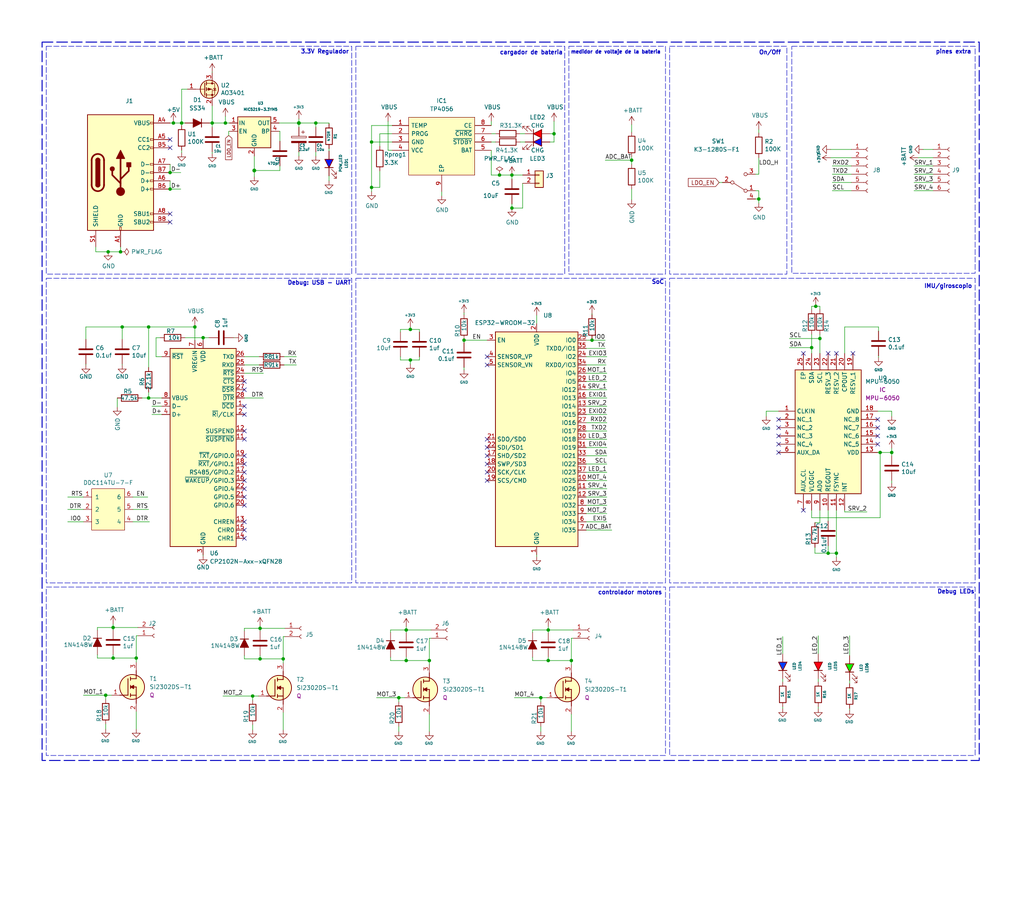
<source format=kicad_sch>
(kicad_sch (version 20231120) (generator "eeschema") (generator_version "8.0")
  (paper "User" 315.011 280.01)
  (title_block (title "ESP Drone") (date "12/05/2025") (rev "1.42b") (company "skyvision"))
  (lib_symbols
    (symbol "1N4148W_1" (pin_numbers hide) (pin_names hide)
      (property "Reference" "D2" (at -1.27 -4.572 90))
      (property "Value" "1N4148W" (at 0.762 -10.414 90))
      (symbol "1N4148W_1_1_1"
        (pin passive line (at -3.81 0 0) (length 2.54) (name "K") (number "1"))
        (pin passive line (at 3.81 0 180) (length 2.54) (name "A") (number "2"))
      )
    )
    (symbol "1N4148W_2" (pin_numbers hide) (pin_names hide)
      (property "Reference" "D3" (at -1.27 -4.572 90))
      (property "Value" "1N4148W" (at 0.762 -10.414 90))
      (symbol "1N4148W_2_1_1"
        (pin passive line (at -3.81 0 0) (length 2.54) (name "K") (number "1"))
        (pin passive line (at 3.81 0 180) (length 2.54) (name "A") (number "2"))
      )
    )
    (symbol "1N4148W_3" (pin_numbers hide) (pin_names hide)
      (property "Reference" "D4" (at -1.27 -4.572 90))
      (property "Value" "1N4148W" (at 0.762 -10.414 90))
      (symbol "1N4148W_3_1_1"
        (pin passive line (at -3.81 0 0) (length 2.54) (name "K") (number "1"))
        (pin passive line (at 3.81 0 180) (length 2.54) (name "A") (number "2"))
      )
    )
    (symbol "Connector:Conn_01x02_Female" (pin_names (offset 1.016) hide)
      (property "Reference" "J" (at 0 2.54 0))
      (property "Value" "Conn_01x02_Female" (at 0 -5.08 0))
      (symbol "Conn_01x02_Female_1_1"
        (pin passive line (at -5.08 0 0) (length 3.81) (name "Pin_1") (number "1"))
        (pin passive line (at -5.08 -2.54 0) (length 3.81) (name "Pin_2") (number "2"))
      )
    )
    (symbol "Connector:Conn_01x06_Female" (pin_names (offset 1.016) hide)
      (property "Reference" "J" (at 0 7.62 0))
      (property "Value" "Conn_01x06_Female" (at 0 -10.16 0))
      (symbol "Conn_01x06_Female_1_1"
        (pin passive line (at -5.08 5.08 0) (length 3.81) (name "Pin_1") (number "1"))
        (pin passive line (at -5.08 2.54 0) (length 3.81) (name "Pin_2") (number "2"))
        (pin passive line (at -5.08 0 0) (length 3.81) (name "Pin_3") (number "3"))
        (pin passive line (at -5.08 -2.54 0) (length 3.81) (name "Pin_4") (number "4"))
        (pin passive line (at -5.08 -5.08 0) (length 3.81) (name "Pin_5") (number "5"))
        (pin passive line (at -5.08 -7.62 0) (length 3.81) (name "Pin_6") (number "6"))
      )
    )
    (symbol "Connector_Generic:Conn_01x02" (pin_names (offset 1.016) hide)
      (property "Reference" "J" (at 0 2.54 0))
      (property "Value" "Conn_01x02" (at 0 -5.08 0))
      (symbol "Conn_01x02_1_1"
        (pin passive line (at -5.08 0 0) (length 3.81) (name "Pin_1") (number "1"))
        (pin passive line (at -5.08 -2.54 0) (length 3.81) (name "Pin_2") (number "2"))
      )
    )
    (symbol "Device:C" (pin_numbers hide) (pin_names (offset 0.254))
      (property "Reference" "C" (at 0.635 2.54 0))
      (property "Value" "C" (at 0.635 -2.54 0))
      (symbol "C_1_1"
        (pin passive line (at 0 3.81 270) (length 2.794) (name "~") (number "1"))
        (pin passive line (at 0 -3.81 90) (length 2.794) (name "~") (number "2"))
      )
    )
    (symbol "Device:C_Polarized" (pin_numbers hide) (pin_names (offset 0.254))
      (property "Reference" "C" (at 0.635 2.54 0))
      (property "Value" "C_Polarized" (at 0.635 -2.54 0))
      (symbol "C_Polarized_1_1"
        (pin passive line (at 0 3.81 270) (length 2.794) (name "~") (number "1"))
        (pin passive line (at 0 -3.81 90) (length 2.794) (name "~") (number "2"))
      )
    )
    (symbol "Device:LED" (pin_numbers hide) (pin_names (offset 1.016) hide)
      (property "Reference" "LED1" (at 0.0635 -5.334 0))
      (property "Value" "POW_LED" (at 0.0635 -3.556 0))
      (symbol "LED_1_1"
        (pin passive line (at -3.81 0 0) (length 2.54) (name "K") (number "1"))
        (pin passive line (at 3.81 0 180) (length 2.54) (name "A") (number "2"))
      )
    )
    (symbol "Device:R" (pin_numbers hide) (pin_names (offset 0))
      (property "Reference" "R" (at 2.032 0 90))
      (property "Value" "R" (at 0 0 90))
      (symbol "R_1_1"
        (pin passive line (at 0 3.81 270) (length 1.27) (name "~") (number "1"))
        (pin passive line (at 0 -3.81 90) (length 1.27) (name "~") (number "2"))
      )
    )
    (symbol "Diode:1N4148W" (pin_numbers hide) (pin_names hide)
      (property "Reference" "D5" (at -1.27 -4.572 90))
      (property "Value" "1N4148W" (at 0.762 -10.414 90))
      (symbol "1N4148W_1_1"
        (pin passive line (at -3.81 0 0) (length 2.54) (name "K") (number "1"))
        (pin passive line (at 3.81 0 180) (length 2.54) (name "A") (number "2"))
      )
    )
    (symbol "Diode:US1A" (pin_numbers hide) (pin_names (offset 1.016) hide)
      (property "Reference" "D1" (at 0 -7.112 0))
      (property "Value" "SS34" (at 0 -4.572 0))
      (symbol "US1A_1_1"
        (pin passive line (at -3.81 0 0) (length 2.54) (name "K") (number "1"))
        (pin passive line (at 3.81 0 180) (length 2.54) (name "A") (number "2"))
      )
    )
    (symbol "ESP32_TouchDown:DMG3415U-7" (pin_names (offset 0) hide)
      (property "Reference" "U2" (at 5.1816 1.1684 0))
      (property "Value" "AO3401" (at 5.1816 -1.143 0))
      (symbol "DMG3415U-7_1_1"
        (pin input line (at -5.08 0 0) (length 2.54) (name "G") (number "1"))
        (pin passive line (at 2.54 -5.08 90) (length 2.54) (name "S") (number "2"))
        (pin passive line (at 2.54 5.08 270) (length 2.54) (name "D") (number "3"))
      )
    )
    (symbol "Interface_USB:CP2102N-Axx-xQFN28"
      (property "Reference" "U" (at -8.89 31.75 0))
      (property "Value" "CP2102N-Axx-xQFN28" (at 12.7 31.75 0))
      (symbol "CP2102N-Axx-xQFN28_1_1"
        (pin input line (at 12.7 12.7 180) (length 2.54) (name "~{DCD}") (number "1"))
        (pin no_connect line (at -10.16 -27.94 0) (length 2.54) hide (name "NC") (number "10"))
        (pin output line (at 12.7 2.54 180) (length 2.54) (name "~{SUSPEND}") (number "11"))
        (pin output line (at 12.7 5.08 180) (length 2.54) (name "SUSPEND") (number "12"))
        (pin output line (at 12.7 -22.86 180) (length 2.54) (name "CHREN") (number "13"))
        (pin output line (at 12.7 -27.94 180) (length 2.54) (name "CHR1") (number "14"))
        (pin output line (at 12.7 -25.4 180) (length 2.54) (name "CHR0") (number "15"))
        (pin bidirectional line (at 12.7 -10.16 180) (length 2.54) (name "~{WAKEUP}/GPIO.3") (number "16"))
        (pin bidirectional line (at 12.7 -7.62 180) (length 2.54) (name "RS485/GPIO.2") (number "17"))
        (pin bidirectional line (at 12.7 -5.08 180) (length 2.54) (name "~{RXT}/GPIO.1") (number "18"))
        (pin bidirectional line (at 12.7 -2.54 180) (length 2.54) (name "~{TXT}/GPIO.0") (number "19"))
        (pin bidirectional line (at 12.7 10.16 180) (length 2.54) (name "~{RI}/CLK") (number "2"))
        (pin bidirectional line (at 12.7 -17.78 180) (length 2.54) (name "GPIO.6") (number "20"))
        (pin bidirectional line (at 12.7 -15.24 180) (length 2.54) (name "GPIO.5") (number "21"))
        (pin bidirectional line (at 12.7 -12.7 180) (length 2.54) (name "GPIO.4") (number "22"))
        (pin input line (at 12.7 20.32 180) (length 2.54) (name "~{CTS}") (number "23"))
        (pin output line (at 12.7 22.86 180) (length 2.54) (name "~{RTS}") (number "24"))
        (pin input line (at 12.7 25.4 180) (length 2.54) (name "RXD") (number "25"))
        (pin output line (at 12.7 27.94 180) (length 2.54) (name "TXD") (number "26"))
        (pin input line (at 12.7 17.78 180) (length 2.54) (name "~{DSR}") (number "27"))
        (pin output line (at 12.7 15.24 180) (length 2.54) (name "~{DTR}") (number "28"))
        (pin passive line (at 0 -33.02 90) (length 2.54) hide (name "GND") (number "29"))
        (pin power_in line (at 0 -33.02 90) (length 2.54) (name "GND") (number "3"))
        (pin bidirectional line (at -12.7 10.16 0) (length 2.54) (name "D+") (number "4"))
        (pin bidirectional line (at -12.7 12.7 0) (length 2.54) (name "D-") (number "5"))
        (pin power_in line (at 0 33.02 270) (length 2.54) (name "VDD") (number "6"))
        (pin power_in line (at -2.54 33.02 270) (length 2.54) (name "VREGIN") (number "7"))
        (pin input line (at -12.7 15.24 0) (length 2.54) (name "VBUS") (number "8"))
        (pin input line (at -12.7 27.94 0) (length 2.54) (name "~{RST}") (number "9"))
      )
    )
    (symbol "LED_1" (pin_numbers hide) (pin_names (offset 1.016) hide)
      (property "Reference" "LED4" (at 0.0635 -5.334 0))
      (property "Value" "LED" (at 0.0635 -3.556 0))
      (symbol "LED_1_1_1"
        (pin passive line (at -3.81 0 0) (length 2.54) (name "K") (number "1"))
        (pin passive line (at 3.81 0 180) (length 2.54) (name "A") (number "2"))
      )
    )
    (symbol "LED_2" (pin_numbers hide) (pin_names (offset 1.016) hide)
      (property "Reference" "LED5" (at 0.0635 -5.334 0))
      (property "Value" "LED" (at 0.0635 -3.556 0))
      (symbol "LED_2_1_1"
        (pin passive line (at -3.81 0 0) (length 2.54) (name "K") (number "1"))
        (pin passive line (at 3.81 0 180) (length 2.54) (name "A") (number "2"))
      )
    )
    (symbol "LED_3" (pin_numbers hide) (pin_names (offset 1.016) hide)
      (property "Reference" "LED6" (at 0.0635 -5.334 0))
      (property "Value" "LED" (at 0.0635 -3.556 0))
      (symbol "LED_3_1_1"
        (pin passive line (at -3.81 0 0) (length 2.54) (name "K") (number "1"))
        (pin passive line (at 3.81 0 180) (length 2.54) (name "A") (number "2"))
      )
    )
    (symbol "LED_4" (pin_numbers hide) (pin_names (offset 1.016) hide)
      (property "Reference" "LED2" (at 0 -5.08 0))
      (property "Value" "CHG" (at 0 -2.54 0))
      (symbol "LED_4_1_1"
        (pin passive line (at -3.81 0 0) (length 2.54) (name "K") (number "1"))
        (pin passive line (at 3.81 0 180) (length 2.54) (name "A") (number "2"))
      )
    )
    (symbol "LED_5" (pin_numbers hide) (pin_names (offset 1.016) hide)
      (property "Reference" "LED3" (at 0 -5.08 0))
      (property "Value" "CHG" (at 0 -2.54 0))
      (symbol "LED_5_1_1"
        (pin passive line (at -3.81 0 0) (length 2.54) (name "K") (number "1"))
        (pin passive line (at 3.81 0 180) (length 2.54) (name "A") (number "2"))
      )
    )
    (symbol "MPU-6050:MPU-6050"
      (property "Value" "MPU-6050" (at 0 0 0))
      (property "Reference_1" "IC" (at 26.67 17.78 0))
      (property "Value_1" "MPU-6050" (at 26.67 15.24 0))
      (symbol "MPU-6050_1_1"
        (pin passive line (at 0 0 0) (length 5.08) (name "CLKIN") (number "1"))
        (pin passive line (at 15.24 -30.48 90) (length 5.08) (name "REGOUT") (number "10"))
        (pin passive line (at 17.78 -30.48 90) (length 5.08) (name "FSYNC") (number "11"))
        (pin passive line (at 20.32 -30.48 90) (length 5.08) (name "INT") (number "12"))
        (pin passive line (at 30.48 -12.7 180) (length 5.08) (name "VDD") (number "13"))
        (pin passive line (at 30.48 -10.16 180) (length 5.08) (name "NC_5") (number "14"))
        (pin passive line (at 30.48 -7.62 180) (length 5.08) (name "NC_6") (number "15"))
        (pin passive line (at 30.48 -5.08 180) (length 5.08) (name "NC_7") (number "16"))
        (pin passive line (at 30.48 -2.54 180) (length 5.08) (name "NC_8") (number "17"))
        (pin passive line (at 30.48 0 180) (length 5.08) (name "GND") (number "18"))
        (pin passive line (at 22.86 17.78 270) (length 5.08) (name "RESV_1") (number "19"))
        (pin passive line (at 0 -2.54 0) (length 5.08) (name "NC_1") (number "2"))
        (pin passive line (at 20.32 17.78 270) (length 5.08) (name "CPOUT") (number "20"))
        (pin passive line (at 17.78 17.78 270) (length 5.08) (name "RESV_2") (number "21"))
        (pin passive line (at 15.24 17.78 270) (length 5.08) (name "RESV_3") (number "22"))
        (pin passive line (at 12.7 17.78 270) (length 5.08) (name "SCL") (number "23"))
        (pin passive line (at 10.16 17.78 270) (length 5.08) (name "SDA") (number "24"))
        (pin passive line (at 7.62 17.78 270) (length 5.08) (name "EP") (number "25"))
        (pin passive line (at 0 -5.08 0) (length 5.08) (name "NC_2") (number "3"))
        (pin passive line (at 0 -7.62 0) (length 5.08) (name "NC_3") (number "4"))
        (pin passive line (at 0 -10.16 0) (length 5.08) (name "NC_4") (number "5"))
        (pin passive line (at 0 -12.7 0) (length 5.08) (name "AUX_DA") (number "6"))
        (pin passive line (at 7.62 -30.48 90) (length 5.08) (name "AUX_CL") (number "7"))
        (pin passive line (at 10.16 -30.48 90) (length 5.08) (name "VLOGIC") (number "8"))
        (pin passive line (at 12.7 -30.48 90) (length 5.08) (name "AD0") (number "9"))
      )
    )
    (symbol "RF_Module:ESP32-WROOM-32"
      (property "Reference" "U" (at -12.7 34.29 0))
      (property "Value" "ESP32-WROOM-32" (at 1.27 34.29 0))
      (symbol "ESP32-WROOM-32_1_1"
        (pin power_in line (at 0 -35.56 90) (length 2.54) (name "GND") (number "1"))
        (pin bidirectional line (at 15.24 -12.7 180) (length 2.54) (name "IO25") (number "10"))
        (pin bidirectional line (at 15.24 -15.24 180) (length 2.54) (name "IO26") (number "11"))
        (pin bidirectional line (at 15.24 -17.78 180) (length 2.54) (name "IO27") (number "12"))
        (pin bidirectional line (at 15.24 10.16 180) (length 2.54) (name "IO14") (number "13"))
        (pin bidirectional line (at 15.24 15.24 180) (length 2.54) (name "IO12") (number "14"))
        (pin passive line (at 0 -35.56 90) (length 2.54) hide (name "GND") (number "15"))
        (pin bidirectional line (at 15.24 12.7 180) (length 2.54) (name "IO13") (number "16"))
        (pin bidirectional line (at -15.24 -5.08 0) (length 2.54) (name "SHD/SD2") (number "17"))
        (pin bidirectional line (at -15.24 -7.62 0) (length 2.54) (name "SWP/SD3") (number "18"))
        (pin bidirectional line (at -15.24 -12.7 0) (length 2.54) (name "SCS/CMD") (number "19"))
        (pin power_in line (at 0 35.56 270) (length 2.54) (name "VDD") (number "2"))
        (pin bidirectional line (at -15.24 -10.16 0) (length 2.54) (name "SCK/CLK") (number "20"))
        (pin bidirectional line (at -15.24 0 0) (length 2.54) (name "SDO/SD0") (number "21"))
        (pin bidirectional line (at -15.24 -2.54 0) (length 2.54) (name "SDI/SD1") (number "22"))
        (pin bidirectional line (at 15.24 7.62 180) (length 2.54) (name "IO15") (number "23"))
        (pin bidirectional line (at 15.24 25.4 180) (length 2.54) (name "IO2") (number "24"))
        (pin bidirectional line (at 15.24 30.48 180) (length 2.54) (name "IO0") (number "25"))
        (pin bidirectional line (at 15.24 20.32 180) (length 2.54) (name "IO4") (number "26"))
        (pin bidirectional line (at 15.24 5.08 180) (length 2.54) (name "IO16") (number "27"))
        (pin bidirectional line (at 15.24 2.54 180) (length 2.54) (name "IO17") (number "28"))
        (pin bidirectional line (at 15.24 17.78 180) (length 2.54) (name "IO5") (number "29"))
        (pin input line (at -15.24 30.48 0) (length 2.54) (name "EN") (number "3"))
        (pin bidirectional line (at 15.24 0 180) (length 2.54) (name "IO18") (number "30"))
        (pin bidirectional line (at 15.24 -2.54 180) (length 2.54) (name "IO19") (number "31"))
        (pin no_connect line (at -12.7 -27.94 0) (length 2.54) hide (name "NC") (number "32"))
        (pin bidirectional line (at 15.24 -5.08 180) (length 2.54) (name "IO21") (number "33"))
        (pin bidirectional line (at 15.24 22.86 180) (length 2.54) (name "RXD0/IO3") (number "34"))
        (pin bidirectional line (at 15.24 27.94 180) (length 2.54) (name "TXD0/IO1") (number "35"))
        (pin bidirectional line (at 15.24 -7.62 180) (length 2.54) (name "IO22") (number "36"))
        (pin bidirectional line (at 15.24 -10.16 180) (length 2.54) (name "IO23") (number "37"))
        (pin passive line (at 0 -35.56 90) (length 2.54) hide (name "GND") (number "38"))
        (pin passive line (at 0 -35.56 90) (length 2.54) hide (name "GND") (number "39"))
        (pin input line (at -15.24 25.4 0) (length 2.54) (name "SENSOR_VP") (number "4"))
        (pin input line (at -15.24 22.86 0) (length 2.54) (name "SENSOR_VN") (number "5"))
        (pin input line (at 15.24 -25.4 180) (length 2.54) (name "IO34") (number "6"))
        (pin input line (at 15.24 -27.94 180) (length 2.54) (name "IO35") (number "7"))
        (pin bidirectional line (at 15.24 -20.32 180) (length 2.54) (name "IO32") (number "8"))
        (pin bidirectional line (at 15.24 -22.86 180) (length 2.54) (name "IO33") (number "9"))
      )
    )
    (symbol "Regulator_Linear:MIC5219-3.3YM5" (pin_names (offset 0.254))
      (property "Reference" "U" (at -3.81 5.715 0))
      (property "Value" "MIC5219-3.3YM5" (at 0 5.715 0))
      (symbol "MIC5219-3.3YM5_1_1"
        (pin power_in line (at -7.62 2.54 0) (length 2.54) (name "IN") (number "1"))
        (pin power_in line (at 0 -7.62 90) (length 2.54) (name "GND") (number "2"))
        (pin input line (at -7.62 0 0) (length 2.54) (name "EN") (number "3"))
        (pin input line (at 7.62 0 180) (length 2.54) (name "BP") (number "4"))
        (pin power_out line (at 7.62 2.54 180) (length 2.54) (name "OUT") (number "5"))
      )
    )
    (symbol "SI2302DS-T1:SI2302DS-T1" (pin_names hide)
      (property "Reference" "T4" (at 11.684 5.0801 0))
      (property "Value" "SI2302DS-T1" (at 11.684 2.5401 0))
      (property "Reference_1" "Q" (at 11.684 0.0001 0))
      (symbol "SI2302DS-T1_1_1"
        (pin passive line (at 0 0 0) (length 2.54) (name "G") (number "1"))
        (pin passive line (at 7.62 -5.08 90) (length 2.54) (name "S") (number "2"))
        (pin passive line (at 7.62 10.16 270) (length 2.54) (name "D") (number "3"))
      )
    )
    (symbol "SI2302DS-T1_1" (pin_names hide)
      (property "Reference" "T1" (at 11.684 5.0801 0))
      (property "Value" "SI2302DS-T1" (at 11.684 2.5401 0))
      (property "Reference_1" "Q" (at 11.684 0.0001 0))
      (symbol "SI2302DS-T1_1_1_1"
        (pin passive line (at 0 0 0) (length 2.54) (name "G") (number "1"))
        (pin passive line (at 7.62 -5.08 90) (length 2.54) (name "S") (number "2"))
        (pin passive line (at 7.62 10.16 270) (length 2.54) (name "D") (number "3"))
      )
    )
    (symbol "SI2302DS-T1_2" (pin_names hide)
      (property "Reference" "T2" (at 11.684 5.0801 0))
      (property "Value" "SI2302DS-T1" (at 11.684 2.5401 0))
      (property "Reference_1" "Q" (at 11.684 0.0001 0))
      (symbol "SI2302DS-T1_2_1_1"
        (pin passive line (at 0 0 0) (length 2.54) (name "G") (number "1"))
        (pin passive line (at 7.62 -5.08 90) (length 2.54) (name "S") (number "2"))
        (pin passive line (at 7.62 10.16 270) (length 2.54) (name "D") (number "3"))
      )
    )
    (symbol "SI2302DS-T1_3" (pin_names hide)
      (property "Reference" "T3" (at 11.684 5.0801 0))
      (property "Value" "SI2302DS-T1" (at 11.684 2.5401 0))
      (property "Reference_1" "Q" (at 11.684 0.0001 0))
      (symbol "SI2302DS-T1_3_1_1"
        (pin passive line (at 0 0 0) (length 2.54) (name "G") (number "1"))
        (pin passive line (at 7.62 -5.08 90) (length 2.54) (name "S") (number "2"))
        (pin passive line (at 7.62 10.16 270) (length 2.54) (name "D") (number "3"))
      )
    )
    (symbol "Switch:SW_SPDT" (pin_names (offset 0) hide)
      (property "Reference" "SW3" (at -6.35 -12.7 0))
      (property "Value" "K3-1280S-F1 " (at -6.35 -10.16 0))
      (symbol "SW_SPDT_1_1"
        (pin passive line (at 5.08 2.54 180) (length 2.54) (name "A") (number "1"))
        (pin passive line (at -5.08 0 0) (length 2.54) (name "B") (number "2"))
        (pin passive line (at 5.08 -2.54 180) (length 2.54) (name "C") (number "3"))
        (pin input line (at 5.08 5.08 180) (length 2.54) (name "4") (number "4"))
      )
    )
    (symbol "TP4056-42-ESOP8:TP4056-42-ESOP8" (pin_names (offset 0.762))
      (property "Reference" "IC?" (at 15.24 7.62 0))
      (property "Value" "TP4056" (at 15.24 5.08 0))
      (symbol "TP4056-42-ESOP8_0_0"
        (pin passive line (at 0 0 0) (length 5.08) (name "TEMP") (number "1"))
        (pin passive line (at 0 -2.54 0) (length 5.08) (name "PROG") (number "2"))
        (pin passive line (at 0 -5.08 0) (length 5.08) (name "GND") (number "3"))
        (pin passive line (at 0 -7.62 0) (length 5.08) (name "VCC") (number "4"))
        (pin passive line (at 30.48 -7.62 180) (length 5.08) (name "BAT") (number "5"))
        (pin passive line (at 30.48 -5.08 180) (length 5.08) (name "~{STDBY}") (number "6"))
        (pin passive line (at 30.48 -2.54 180) (length 5.08) (name "~{CHRG}") (number "7"))
        (pin passive line (at 30.48 0 180) (length 5.08) (name "CE") (number "8"))
        (pin passive line (at 15.24 -20.32 90) (length 5.08) (name "EP") (number "9"))
      )
    )
    (symbol "downloader-rescue:DDC114TU-7-F-my" (pin_names (offset 1.016))
      (property "Reference" "U7" (at 0 10.541 0))
      (property "Value" "DDC114TU-7-F" (at 0 8.2296 0))
      (symbol "DDC114TU-7-F-my_1_1"
        (pin passive line (at -7.62 3.81 0) (length 2.54) (name "1") (number "1"))
        (pin passive line (at -7.62 0 0) (length 2.54) (name "2") (number "2"))
        (pin passive line (at -7.62 -3.81 0) (length 2.54) (name "3") (number "3"))
        (pin passive line (at 7.62 -3.81 180) (length 2.54) (name "4") (number "4"))
        (pin passive line (at 7.62 0 180) (length 2.54) (name "5") (number "5"))
        (pin passive line (at 7.62 3.81 180) (length 2.54) (name "6") (number "6"))
      )
    )
    (symbol "downloader-rescue:USB_C_Receptacle_USB2.0-Connector" (pin_names (offset 1.016))
      (property "Reference" "J" (at -10.16 19.05 0))
      (property "Value" "USB_C_Receptacle_USB2.0-Connector" (at 19.05 19.05 0))
      (symbol "USB_C_Receptacle_USB2.0-Connector_1_1"
        (pin power_in line (at 0 -22.86 90) (length 5.08) (name "GND") (number "A1"))
        (pin passive line (at 0 -22.86 90) (length 5.08) hide (name "GND") (number "A12"))
        (pin power_in line (at 15.24 15.24 180) (length 5.08) (name "VBUS") (number "A4"))
        (pin bidirectional line (at 15.24 10.16 180) (length 5.08) (name "CC1") (number "A5"))
        (pin bidirectional line (at 15.24 -2.54 180) (length 5.08) (name "D+") (number "A6"))
        (pin bidirectional line (at 15.24 2.54 180) (length 5.08) (name "D-") (number "A7"))
        (pin bidirectional line (at 15.24 -12.7 180) (length 5.08) (name "SBU1") (number "A8"))
        (pin passive line (at 15.24 15.24 180) (length 5.08) hide (name "VBUS") (number "A9"))
        (pin passive line (at 0 -22.86 90) (length 5.08) hide (name "GND") (number "B1"))
        (pin passive line (at 0 -22.86 90) (length 5.08) hide (name "GND") (number "B12"))
        (pin passive line (at 15.24 15.24 180) (length 5.08) hide (name "VBUS") (number "B4"))
        (pin bidirectional line (at 15.24 7.62 180) (length 5.08) (name "CC2") (number "B5"))
        (pin bidirectional line (at 15.24 -5.08 180) (length 5.08) (name "D+") (number "B6"))
        (pin bidirectional line (at 15.24 0 180) (length 5.08) (name "D-") (number "B7"))
        (pin bidirectional line (at 15.24 -15.24 180) (length 5.08) (name "SBU2") (number "B8"))
        (pin passive line (at 15.24 15.24 180) (length 5.08) hide (name "VBUS") (number "B9"))
        (pin passive line (at -7.62 -22.86 90) (length 5.08) (name "SHIELD") (number "S1"))
      )
    )
    (symbol "power:+3V3" (power) (pin_names (offset 0))
      (property "Value" "+3V3" (at 0 3.556 0))
      (symbol "+3V3_1_1"
        (pin power_in line (at 0 0 90) (length 0) hide (name "+3V3") (number "1"))
      )
    )
    (symbol "power:+5V" (power) (pin_names (offset 0))
      (property "Value" "+5V" (at 0 3.556 0))
      (symbol "+5V_1_1"
        (pin power_in line (at 0 0 90) (length 0) hide (name "+5V") (number "1"))
      )
    )
    (symbol "power:+BATT" (power) (pin_names (offset 0))
      (property "Value" "+BATT" (at 0 3.556 0))
      (symbol "+BATT_1_1"
        (pin power_in line (at 0 0 90) (length 0) hide (name "+BATT") (number "1"))
      )
    )
    (symbol "power:GND" (power) (pin_names (offset 0))
      (property "Value" "GND" (at 0 -3.81 0))
      (symbol "GND_1_1"
        (pin power_in line (at 0 0 270) (length 0) hide (name "GND") (number "1"))
      )
    )
    (symbol "power:PWR_FLAG" (power) (pin_numbers hide) (pin_names (offset 0) hide)
      (property "Value" "PWR_FLAG" (at 0 3.81 0))
      (symbol "PWR_FLAG_0_0"
        (pin power_out line (at 0 0 90) (length 0) (name "pwr") (number "1"))
      )
    )
    (symbol "power:VBUS" (power) (pin_names (offset 0))
      (property "Value" "VBUS" (at 0 3.81 0))
      (symbol "VBUS_1_1"
        (pin power_in line (at 0 0 90) (length 0) hide (name "VBUS") (number "1"))
      )
    )
  )
  (junction (at 32.512 213.868))
  (junction (at 132.08 203.2))
  (junction (at 168.656 193.802))
  (junction (at 62.484 103.886))
  (junction (at 33.274 77.47))
  (junction (at 37.084 77.47))
  (junction (at 182.118 104.648))
  (junction (at 45.72 122.428))
  (junction (at 274.32 139.192))
  (junction (at 80.01 193.294))
  (junction (at 78.232 52.451) (diameter 1.016))
  (junction (at 170.434 41.148))
  (junction (at 166.37 214.63))
  (junction (at 52.324 53.086))
  (junction (at 41.91 202.438))
  (junction (at 97.155 37.846))
  (junction (at 55.88 37.846))
  (junction (at 194.31 49.276))
  (junction (at 124.968 203.2))
  (junction (at 270.764 139.192))
  (junction (at 175.768 203.2))
  (junction (at 252.222 104.14))
  (junction (at 153.67 53.848))
  (junction (at 91.948 37.846) (diameter 1.016))
  (junction (at 124.968 193.802))
  (junction (at 233.426 61.214))
  (junction (at 114.3 43.688))
  (junction (at 34.798 193.04))
  (junction (at 65.278 37.846))
  (junction (at 126.238 101.346))
  (junction (at 69.342 37.846))
  (junction (at 257.302 170.18))
  (junction (at 114.3 57.658))
  (junction (at 168.656 203.2))
  (junction (at 80.01 202.692))
  (junction (at 142.748 104.648))
  (junction (at 249.682 106.934))
  (junction (at 254.762 170.18))
  (junction (at 53.34 37.846))
  (junction (at 37.592 100.584))
  (junction (at 157.48 53.848))
  (junction (at 122.682 214.63))
  (junction (at 250.952 94.234))
  (junction (at 45.72 100.584))
  (junction (at 87.122 202.692))
  (junction (at 34.798 202.438))
  (junction (at 59.944 100.584))
  (junction (at 157.48 64.008))
  (junction (at 52.324 58.166))
  (junction (at 126.238 110.744))
  (junction (at 77.724 214.122))
  (no_connect (at 75.184 140.208))
  (no_connect (at 239.522 139.192))
  (no_connect (at 149.86 137.668))
  (no_connect (at 75.184 119.888))
  (no_connect (at 52.324 42.926))
  (no_connect (at 247.142 156.972))
  (no_connect (at 75.184 147.828))
  (no_connect (at 262.382 108.712))
  (no_connect (at 75.184 145.288))
  (no_connect (at 52.324 65.786))
  (no_connect (at 149.86 147.828))
  (no_connect (at 270.002 136.652))
  (no_connect (at 239.522 134.112))
  (no_connect (at 75.184 127.508))
  (no_connect (at 257.302 108.712))
  (no_connect (at 75.184 163.068))
  (no_connect (at 75.184 132.588))
  (no_connect (at 75.184 155.448))
  (no_connect (at 75.184 165.608))
  (no_connect (at 75.184 160.528))
  (no_connect (at 52.324 68.326))
  (no_connect (at 149.86 109.728))
  (no_connect (at 52.324 45.466))
  (no_connect (at 149.86 112.268))
  (no_connect (at 75.184 135.128))
  (no_connect (at 149.86 135.128))
  (no_connect (at 270.002 129.032))
  (no_connect (at 75.184 150.368))
  (no_connect (at 149.86 145.288))
  (no_connect (at 149.86 142.748))
  (no_connect (at 75.184 142.748))
  (no_connect (at 239.522 131.572))
  (no_connect (at 270.002 131.572))
  (no_connect (at 247.142 108.712))
  (no_connect (at 149.86 140.208))
  (no_connect (at 75.184 152.908))
  (no_connect (at 254.762 108.712))
  (no_connect (at 239.522 129.032))
  (no_connect (at 75.184 117.348))
  (no_connect (at 239.522 136.652))
  (no_connect (at 75.184 124.968))
  (no_connect (at 270.002 134.112))
  (wire (pts (xy 62.484 170.942) (xy 62.484 170.688)))
  (wire (pts (xy 41.91 195.58) (xy 41.91 202.438)))
  (wire (pts (xy 78.232 52.451) (xy 78.232 54.356)))
  (wire (pts (xy 186.69 157.988) (xy 180.34 157.988)))
  (wire (pts (xy 86.106 43.434) (xy 86.106 40.386)))
  (wire (pts (xy 256.032 53.594) (xy 261.874 53.594)))
  (wire (pts (xy 34.798 193.04) (xy 34.798 193.802)))
  (wire (pts (xy 116.84 57.658) (xy 114.3 57.658)))
  (wire (pts (xy 194.31 38.354) (xy 194.31 40.64)))
  (wire (pts (xy 48.006 109.728) (xy 49.784 109.728)))
  (wire (pts (xy 249.682 159.258) (xy 270.764 159.258)))
  (wire (pts (xy 252.222 108.712) (xy 252.222 104.14)))
  (wire (pts (xy 87.122 224.536) (xy 87.122 219.202)))
  (wire (pts (xy 240.792 195.834) (xy 240.792 201.168)))
  (wire (pts (xy 281.178 56.134) (xy 287.02 56.134)))
  (wire (pts (xy 186.182 104.648) (xy 182.118 104.648)))
  (wire (pts (xy 160.782 64.008) (xy 157.48 64.008)))
  (wire (pts (xy 251.714 208.788) (xy 251.714 209.804)))
  (wire (pts (xy 126.238 100.584) (xy 126.238 101.346)))
  (wire (pts (xy 168.656 203.2) (xy 163.83 203.2)))
  (wire (pts (xy 257.302 156.972) (xy 257.302 170.18)))
  (wire (pts (xy 163.83 193.802) (xy 163.83 194.564)))
  (wire (pts (xy 182.118 104.648) (xy 180.34 104.648)))
  (wire (pts (xy 57.658 27.432) (xy 55.88 27.432)))
  (wire (pts (xy 81.026 122.428) (xy 75.184 122.428)))
  (wire (pts (xy 186.69 150.368) (xy 180.34 150.368)))
  (wire (pts (xy 182.118 96.52) (xy 182.118 96.774)))
  (wire (pts (xy 77.724 214.122) (xy 77.724 215.392)))
  (wire (pts (xy 251.714 195.58) (xy 251.714 201.168)))
  (wire (pts (xy 186.69 135.128) (xy 180.34 135.128)))
  (wire (pts (xy 116.84 52.578) (xy 116.84 57.658)))
  (wire (pts (xy 123.19 110.744) (xy 126.238 110.744)))
  (wire (pts (xy 157.48 53.848) (xy 157.48 55.118)))
  (wire (pts (xy 186.182 49.276) (xy 194.31 49.276)))
  (wire (pts (xy 126.238 101.346) (xy 129.032 101.346)))
  (wire (pts (xy 114.3 38.608) (xy 114.3 43.688)))
  (wire (pts (xy 186.436 112.268) (xy 180.34 112.268)))
  (wire (pts (xy 165.1 97.028) (xy 165.1 99.568)))
  (wire (pts (xy 259.842 156.972) (xy 259.842 157.48)))
  (wire (pts (xy 40.894 160.528) (xy 45.974 160.528)))
  (wire (pts (xy 25.654 152.908) (xy 20.828 152.908)))
  (wire (pts (xy 29.972 193.04) (xy 34.798 193.04)))
  (wire (pts (xy 78.232 48.006) (xy 78.232 52.451)))
  (wire (pts (xy 65.278 37.846) (xy 69.342 37.846)))
  (wire (pts (xy 170.434 41.148) (xy 170.434 43.688)))
  (wire (pts (xy 64.262 103.886) (xy 62.484 103.886)))
  (wire (pts (xy 249.682 156.972) (xy 249.682 159.258)))
  (wire (pts (xy 240.792 208.788) (xy 240.792 209.804)))
  (wire (pts (xy 55.88 37.846) (xy 56.896 37.846)))
  (wire (pts (xy 120.142 193.802) (xy 120.142 194.564)))
  (wire (pts (xy 37.592 100.584) (xy 45.72 100.584)))
  (wire (pts (xy 55.88 46.99) (xy 55.88 46.228)))
  (wire (pts (xy 37.084 77.47) (xy 33.274 77.47)))
  (wire (pts (xy 157.48 53.848) (xy 160.782 53.848)))
  (wire (pts (xy 124.968 193.802) (xy 132.588 193.802)))
  (wire (pts (xy 91.948 46.736) (xy 91.948 48.006)))
  (wire (pts (xy 186.69 114.808) (xy 180.34 114.808)))
  (wire (pts (xy 80.01 193.294) (xy 80.01 194.056)))
  (wire (pts (xy 101.219 38.1) (xy 101.219 37.846)))
  (wire (pts (xy 87.122 195.834) (xy 87.63 195.834)))
  (wire (pts (xy 194.31 48.26) (xy 194.31 49.276)))
  (wire (pts (xy 34.29 213.868) (xy 32.512 213.868)))
  (wire (pts (xy 160.02 43.688) (xy 161.544 43.688)))
  (wire (pts (xy 37.592 112.268) (xy 37.592 112.014)))
  (wire (pts (xy 36.068 125.222) (xy 36.068 122.428)))
  (wire (pts (xy 49.276 103.886) (xy 48.006 103.886)))
  (wire (pts (xy 176.276 193.802) (xy 168.656 193.802)))
  (wire (pts (xy 79.502 214.122) (xy 77.724 214.122)))
  (wire (pts (xy 132.08 203.2) (xy 132.08 204.47)))
  (wire (pts (xy 186.69 160.528) (xy 180.34 160.528)))
  (wire (pts (xy 186.69 132.588) (xy 180.34 132.588)))
  (wire (pts (xy 116.84 41.148) (xy 120.65 41.148)))
  (wire (pts (xy 168.656 202.184) (xy 168.656 203.2)))
  (wire (pts (xy 274.32 148.59) (xy 274.32 147.828)))
  (wire (pts (xy 186.69 124.968) (xy 180.34 124.968)))
  (wire (pts (xy 115.824 214.63) (xy 122.682 214.63)))
  (wire (pts (xy 166.37 214.63) (xy 166.37 215.9)))
  (wire (pts (xy 186.69 155.448) (xy 180.34 155.448)))
  (wire (pts (xy 65.278 37.846) (xy 65.278 39.116)))
  (wire (pts (xy 70.358 41.656) (xy 70.358 40.386)))
  (wire (pts (xy 25.654 156.718) (xy 20.828 156.718)))
  (wire (pts (xy 29.972 193.04) (xy 29.972 193.802)))
  (wire (pts (xy 186.69 147.828) (xy 180.34 147.828)))
  (wire (pts (xy 45.72 100.584) (xy 45.72 113.03)))
  (wire (pts (xy 52.324 55.626) (xy 52.324 58.166)))
  (wire (pts (xy 129.032 101.346) (xy 129.032 102.108)))
  (wire (pts (xy 274.32 137.922) (xy 274.32 139.192)))
  (wire (pts (xy 186.69 109.728) (xy 180.34 109.728)))
  (wire (pts (xy 129.032 110.744) (xy 129.032 109.728)))
  (wire (pts (xy 257.302 171.45) (xy 257.302 170.18)))
  (wire (pts (xy 91.948 37.846) (xy 91.948 39.116)))
  (wire (pts (xy 270.002 139.192) (xy 270.764 139.192)))
  (wire (pts (xy 25.654 213.868) (xy 32.512 213.868)))
  (wire (pts (xy 87.63 193.294) (xy 80.01 193.294)))
  (wire (pts (xy 254.762 160.274) (xy 254.762 156.972)))
  (wire (pts (xy 120.65 38.608) (xy 114.3 38.608)))
  (wire (pts (xy 34.798 192.024) (xy 34.798 193.04)))
  (wire (pts (xy 151.13 41.148) (xy 152.4 41.148)))
  (wire (pts (xy 135.89 60.198) (xy 135.89 58.928)))
  (wire (pts (xy 151.13 37.338) (xy 151.13 38.608)))
  (wire (pts (xy 169.164 43.688) (xy 170.434 43.688)))
  (wire (pts (xy 45.72 100.584) (xy 59.944 100.584)))
  (wire (pts (xy 46.736 127.508) (xy 49.784 127.508)))
  (wire (pts (xy 186.69 122.428) (xy 180.34 122.428)))
  (wire (pts (xy 270.256 100.584) (xy 270.256 101.854)))
  (wire (pts (xy 119.38 37.338) (xy 119.38 46.228)))
  (wire (pts (xy 52.324 53.086) (xy 55.626 53.086)))
  (wire (pts (xy 186.69 152.908) (xy 180.34 152.908)))
  (wire (pts (xy 124.968 193.802) (xy 124.968 194.564)))
  (wire (pts (xy 40.894 152.908) (xy 45.466 152.908)))
  (wire (pts (xy 26.416 112.268) (xy 26.416 112.014)))
  (wire (pts (xy 59.944 100.584) (xy 59.944 104.648)))
  (wire (pts (xy 53.34 37.338) (xy 53.34 37.846)))
  (wire (pts (xy 124.968 193.802) (xy 120.142 193.802)))
  (wire (pts (xy 239.522 126.492) (xy 235.712 126.492)))
  (wire (pts (xy 65.278 22.098) (xy 65.278 22.352)))
  (wire (pts (xy 75.184 202.692) (xy 75.184 201.676)))
  (wire (pts (xy 32.512 224.282) (xy 32.512 222.758)))
  (wire (pts (xy 91.186 112.268) (xy 87.376 112.268)))
  (wire (pts (xy 124.46 214.63) (xy 122.682 214.63)))
  (wire (pts (xy 259.842 157.48) (xy 266.7 157.48)))
  (wire (pts (xy 142.748 113.792) (xy 142.748 113.03)))
  (wire (pts (xy 114.3 57.658) (xy 114.3 58.928)))
  (wire (pts (xy 249.682 94.234) (xy 250.952 94.234)))
  (wire (pts (xy 256.032 51.054) (xy 261.874 51.054)))
  (wire (pts (xy 132.08 225.044) (xy 132.08 219.71)))
  (wire (pts (xy 242.824 104.14) (xy 252.222 104.14)))
  (wire (pts (xy 80.01 192.532) (xy 80.01 193.294)))
  (wire (pts (xy 157.48 64.008) (xy 157.48 62.738)))
  (wire (pts (xy 68.58 214.122) (xy 77.724 214.122)))
  (wire (pts (xy 163.83 203.2) (xy 163.83 202.184)))
  (wire (pts (xy 101.219 54.102) (xy 101.219 55.626)))
  (wire (pts (xy 233.426 48.514) (xy 233.426 53.594)))
  (wire (pts (xy 252.222 95.25) (xy 252.222 94.234)))
  (wire (pts (xy 186.69 145.288) (xy 180.34 145.288)))
  (wire (pts (xy 79.756 109.728) (xy 75.184 109.728)))
  (wire (pts (xy 165.1 171.196) (xy 165.1 170.688)))
  (wire (pts (xy 41.91 224.282) (xy 41.91 218.948)))
  (wire (pts (xy 52.324 58.166) (xy 55.626 58.166)))
  (wire (pts (xy 282.448 48.514) (xy 287.02 48.514)))
  (wire (pts (xy 168.656 192.786) (xy 168.656 193.802)))
  (wire (pts (xy 41.91 202.438) (xy 34.798 202.438)))
  (wire (pts (xy 34.798 193.04) (xy 42.418 193.04)))
  (wire (pts (xy 281.178 51.054) (xy 287.02 51.054)))
  (wire (pts (xy 91.948 37.846) (xy 97.155 37.846)))
  (wire (pts (xy 194.31 49.276) (xy 194.31 50.546)))
  (wire (pts (xy 194.31 61.468) (xy 194.31 58.166)))
  (wire (pts (xy 274.32 128.016) (xy 274.32 126.492)))
  (wire (pts (xy 254.762 170.18) (xy 257.302 170.18)))
  (wire (pts (xy 70.358 40.386) (xy 70.612 40.386)))
  (wire (pts (xy 186.69 127.508) (xy 180.34 127.508)))
  (wire (pts (xy 274.32 139.192) (xy 274.32 140.208)))
  (wire (pts (xy 270.764 139.192) (xy 274.32 139.192)))
  (wire (pts (xy 86.106 51.054) (xy 86.106 52.451)))
  (wire (pts (xy 252.222 160.782) (xy 252.222 156.972)))
  (wire (pts (xy 132.588 196.342) (xy 132.08 196.342)))
  (wire (pts (xy 80.01 202.692) (xy 75.184 202.692)))
  (wire (pts (xy 175.768 203.2) (xy 168.656 203.2)))
  (wire (pts (xy 37.592 100.584) (xy 37.592 104.394)))
  (wire (pts (xy 80.01 201.676) (xy 80.01 202.692)))
  (wire (pts (xy 233.426 39.878) (xy 233.426 40.894)))
  (wire (pts (xy 249.682 102.87) (xy 249.682 106.934)))
  (wire (pts (xy 29.464 77.47) (xy 33.274 77.47)))
  (wire (pts (xy 142.748 104.394) (xy 142.748 104.648)))
  (wire (pts (xy 261.366 195.58) (xy 261.366 201.676)))
  (wire (pts (xy 142.748 104.648) (xy 149.86 104.648)))
  (wire (pts (xy 55.88 27.432) (xy 55.88 37.846)))
  (wire (pts (xy 26.416 104.394) (xy 26.416 100.584)))
  (wire (pts (xy 97.155 37.846) (xy 101.219 37.846)))
  (wire (pts (xy 242.824 106.934) (xy 249.682 106.934)))
  (wire (pts (xy 232.41 58.674) (xy 233.426 58.674)))
  (wire (pts (xy 142.748 104.648) (xy 142.748 105.41)))
  (wire (pts (xy 249.682 108.712) (xy 249.682 106.934)))
  (wire (pts (xy 46.736 124.968) (xy 49.784 124.968)))
  (wire (pts (xy 120.65 43.688) (xy 114.3 43.688)))
  (wire (pts (xy 29.972 202.438) (xy 29.972 201.422)))
  (wire (pts (xy 233.426 58.674) (xy 233.426 61.214)))
  (wire (pts (xy 250.698 160.782) (xy 252.222 160.782)))
  (wire (pts (xy 168.656 193.802) (xy 163.83 193.802)))
  (wire (pts (xy 186.69 140.208) (xy 180.34 140.208)))
  (wire (pts (xy 259.842 100.584) (xy 270.256 100.584)))
  (wire (pts (xy 232.41 61.214) (xy 233.426 61.214)))
  (wire (pts (xy 188.214 163.068) (xy 180.34 163.068)))
  (wire (pts (xy 124.968 203.2) (xy 120.142 203.2)))
  (wire (pts (xy 65.278 32.512) (xy 65.278 37.846)))
  (wire (pts (xy 186.182 107.188) (xy 180.34 107.188)))
  (wire (pts (xy 256.032 56.134) (xy 261.874 56.134)))
  (wire (pts (xy 43.688 122.428) (xy 45.72 122.428)))
  (wire (pts (xy 259.842 108.712) (xy 259.842 100.584)))
  (wire (pts (xy 41.91 202.438) (xy 41.91 203.708)))
  (wire (pts (xy 45.72 120.65) (xy 45.72 122.428)))
  (wire (pts (xy 32.512 213.868) (xy 32.512 215.138)))
  (wire (pts (xy 59.944 100.076) (xy 59.944 100.584)))
  (wire (pts (xy 56.896 103.886) (xy 62.484 103.886)))
  (wire (pts (xy 182.118 104.394) (xy 182.118 104.648)))
  (wire (pts (xy 274.32 126.492) (xy 270.002 126.492)))
  (wire (pts (xy 48.006 103.886) (xy 48.006 109.728)))
  (wire (pts (xy 186.69 119.888) (xy 180.34 119.888)))
  (wire (pts (xy 52.324 50.546) (xy 52.324 53.086)))
  (wire (pts (xy 77.724 224.536) (xy 77.724 223.012)))
  (wire (pts (xy 281.178 58.674) (xy 287.02 58.674)))
  (wire (pts (xy 86.106 52.451) (xy 78.232 52.451)))
  (wire (pts (xy 175.768 203.2) (xy 175.768 204.47)))
  (wire (pts (xy 250.698 168.402) (xy 250.698 170.18)))
  (wire (pts (xy 151.13 46.228) (xy 151.13 53.848)))
  (wire (pts (xy 116.84 44.958) (xy 116.84 41.148)))
  (wire (pts (xy 283.972 45.974) (xy 287.02 45.974)))
  (wire (pts (xy 249.682 95.25) (xy 249.682 94.234)))
  (wire (pts (xy 34.798 202.438) (xy 29.972 202.438)))
  (wire (pts (xy 42.418 195.58) (xy 41.91 195.58)))
  (wire (pts (xy 101.219 45.72) (xy 101.219 46.482)))
  (wire (pts (xy 69.342 37.846) (xy 70.612 37.846)))
  (wire (pts (xy 186.69 130.048) (xy 180.34 130.048)))
  (wire (pts (xy 45.72 122.428) (xy 49.784 122.428)))
  (wire (pts (xy 251.714 217.932) (xy 251.714 217.424)))
  (wire (pts (xy 123.19 101.346) (xy 126.238 101.346)))
  (wire (pts (xy 97.155 39.116) (xy 97.155 37.846)))
  (wire (pts (xy 86.106 40.386) (xy 85.852 40.386)))
  (wire (pts (xy 79.756 112.268) (xy 75.184 112.268)))
  (wire (pts (xy 158.242 214.63) (xy 166.37 214.63)))
  (wire (pts (xy 175.768 225.044) (xy 175.768 219.71)))
  (wire (pts (xy 52.324 37.846) (xy 53.34 37.846)))
  (wire (pts (xy 168.656 193.802) (xy 168.656 194.564)))
  (wire (pts (xy 87.122 202.692) (xy 80.01 202.692)))
  (wire (pts (xy 123.19 109.728) (xy 123.19 110.744)))
  (wire (pts (xy 114.3 43.688) (xy 114.3 57.658)))
  (wire (pts (xy 120.65 46.228) (xy 119.38 46.228)))
  (wire (pts (xy 29.464 75.946) (xy 29.464 77.47)))
  (wire (pts (xy 252.222 102.87) (xy 252.222 104.14)))
  (wire (pts (xy 34.798 201.422) (xy 34.798 202.438)))
  (wire (pts (xy 97.155 46.736) (xy 97.155 48.006)))
  (wire (pts (xy 255.524 45.974) (xy 261.874 45.974)))
  (wire (pts (xy 123.19 102.108) (xy 123.19 101.346)))
  (wire (pts (xy 124.968 192.786) (xy 124.968 193.802)))
  (wire (pts (xy 91.186 109.728) (xy 87.376 109.728)))
  (wire (pts (xy 75.184 193.294) (xy 75.184 194.056)))
  (wire (pts (xy 72.136 103.886) (xy 71.882 103.886)))
  (wire (pts (xy 175.768 196.342) (xy 176.276 196.342)))
  (wire (pts (xy 232.41 53.594) (xy 233.426 53.594)))
  (wire (pts (xy 175.768 196.342) (xy 175.768 203.2)))
  (wire (pts (xy 37.084 75.946) (xy 37.084 77.47)))
  (wire (pts (xy 170.434 37.338) (xy 170.434 41.148)))
  (wire (pts (xy 270.764 159.258) (xy 270.764 139.192)))
  (wire (pts (xy 80.01 193.294) (xy 75.184 193.294)))
  (wire (pts (xy 87.122 195.834) (xy 87.122 202.692)))
  (wire (pts (xy 166.37 225.044) (xy 166.37 223.52)))
  (wire (pts (xy 169.164 41.148) (xy 170.434 41.148)))
  (wire (pts (xy 124.968 202.184) (xy 124.968 203.2)))
  (wire (pts (xy 281.178 53.594) (xy 287.02 53.594)))
  (wire (pts (xy 186.69 142.748) (xy 180.34 142.748)))
  (wire (pts (xy 87.122 202.692) (xy 87.122 203.962)))
  (wire (pts (xy 120.142 203.2) (xy 120.142 202.184)))
  (wire (pts (xy 85.852 37.846) (xy 91.948 37.846)))
  (wire (pts (xy 26.416 100.584) (xy 37.592 100.584)))
  (wire (pts (xy 153.67 53.848) (xy 157.48 53.848)))
  (wire (pts (xy 65.278 46.736) (xy 65.278 47.244)))
  (wire (pts (xy 151.13 53.848) (xy 153.67 53.848)))
  (wire (pts (xy 132.08 203.2) (xy 124.968 203.2)))
  (wire (pts (xy 69.342 35.814) (xy 69.342 37.846)))
  (wire (pts (xy 186.69 137.668) (xy 180.34 137.668)))
  (wire (pts (xy 250.698 170.18) (xy 254.762 170.18)))
  (wire (pts (xy 235.712 126.492) (xy 235.712 128.016)))
  (wire (pts (xy 222.25 56.134) (xy 221.234 56.134)))
  (wire (pts (xy 252.222 94.234) (xy 250.952 94.234)))
  (wire (pts (xy 126.238 110.744) (xy 129.032 110.744)))
  (wire (pts (xy 64.516 37.846) (xy 65.278 37.846)))
  (wire (pts (xy 126.238 110.744) (xy 126.238 112.014)))
  (wire (pts (xy 142.748 96.266) (xy 142.748 96.774)))
  (wire (pts (xy 151.13 43.688) (xy 152.4 43.688)))
  (wire (pts (xy 261.366 218.44) (xy 261.366 217.932)))
  (wire (pts (xy 270.256 109.982) (xy 270.256 109.474)))
  (wire (pts (xy 40.894 156.718) (xy 45.72 156.718)))
  (wire (pts (xy 132.08 196.342) (xy 132.08 203.2)))
  (wire (pts (xy 81.026 114.808) (xy 75.184 114.808)))
  (wire (pts (xy 55.88 37.846) (xy 55.88 38.608)))
  (wire (pts (xy 186.69 117.348) (xy 180.34 117.348)))
  (wire (pts (xy 53.34 37.846) (xy 55.88 37.846)))
  (wire (pts (xy 254.762 167.894) (xy 254.762 170.18)))
  (wire (pts (xy 240.792 217.932) (xy 240.792 217.424)))
  (wire (pts (xy 250.952 94.234) (xy 250.952 93.98)))
  (wire (pts (xy 25.654 160.528) (xy 20.828 160.528)))
  (wire (pts (xy 91.948 36.576) (xy 91.948 37.846)))
  (wire (pts (xy 255.524 48.514) (xy 261.874 48.514)))
  (wire (pts (xy 122.682 225.044) (xy 122.682 223.52)))
  (wire (pts (xy 160.02 41.148) (xy 161.544 41.148)))
  (wire (pts (xy 168.148 214.63) (xy 166.37 214.63)))
  (wire (pts (xy 256.032 58.674) (xy 261.874 58.674)))
  (wire (pts (xy 122.682 214.63) (xy 122.682 215.9)))
  (wire (pts (xy 62.484 104.648) (xy 62.484 103.886)))
  (wire (pts (xy 233.426 61.214) (xy 233.426 62.484)))
  (wire (pts (xy 261.366 209.296) (xy 261.366 210.312)))
  (wire (pts (xy 160.782 56.388) (xy 160.782 64.008)))
  (rectangle (start 205.994 14.224) (end 242.062 84.328) (stroke (width 0) (type dash)))
  (rectangle (start 243.586 14.224) (end 299.974 84.074) (stroke (width 0) (type dash)))
  (rectangle (start 205.994 85.598) (end 299.974 179.324) (stroke (width 0) (type dash)))
  (rectangle (start 175.006 14.224) (end 204.724 84.328) (stroke (width 0) (type dash)))
  (rectangle (start 14.224 85.598) (end 108.204 179.324) (stroke (width 0) (type dash)))
  (rectangle (start 14.224 14.224) (end 108.204 84.328) (stroke (width 0) (type dash)))
  (rectangle (start 205.994 180.594) (end 299.974 232.41) (stroke (width 0) (type dash)))
  (rectangle (start 109.474 85.598) (end 204.724 179.324) (stroke (width 0) (type dash)))
  (rectangle (start 14.224 180.594) (end 204.724 232.41) (stroke (width 0) (type dash)))
  (rectangle (start 12.954 12.954) (end 301.244 233.934) (stroke (width 0.3) (type dash)))
  (rectangle (start 109.474 14.224) (end 173.736 84.328) (stroke (width 0) (type dash)))
  (text "SoC" (at 200.406 87.63 0) (effects (font (size 1.27 1.27) (thickness 0.254) (bold yes)) (justify left bottom)))
  (text "medidor de voltaje de la bateria\n" (at 175.514 16.764 0) (effects (font (size 1.1 1.1) (thickness 0.254) (bold yes)) (justify left bottom)))
  (text "IMU/giroscopio" (at 284.226 88.9 0) (effects (font (size 1.27 1.27) (thickness 0.254) (bold yes)) (justify left bottom)))
  (text "controlador motores\n" (at 183.896 183.134 0) (effects (font (size 1.27 1.27) (thickness 0.254) (bold yes)) (justify left bottom)))
  (text "cargador de bateria" (at 153.67 17.018 0) (effects (font (size 1.27 1.27) (thickness 0.254) (bold yes)) (justify left bottom)))
  (text "Debug LEDs" (at 288.29 182.88 0) (effects (font (size 1.27 1.27) (thickness 0.254) (bold yes)) (justify left bottom)))
  (text "Debug: USB - UART" (at 88.392 87.884 0) (effects (font (size 1.27 1.27) (thickness 0.254) (bold yes)) (justify left bottom)))
  (text "pines extra" (at 287.782 16.764 0) (effects (font (size 1.27 1.27) (thickness 0.254) (bold yes)) (justify left bottom)))
  (text "3.3V Regulador\n" (at 92.456 16.764 0) (effects (font (size 1.27 1.27) (thickness 0.254) (bold yes)) (justify left bottom)))
  (text "On/Off " (at 233.426 17.018 0) (effects (font (size 1.27 1.27) (thickness 0.254) (bold yes)) (justify left bottom)))
  (label "ADC_BAT" (at 186.182 49.276 0))
  (label "LED_2" (at 251.714 195.58 270))
  (label "SRV_4" (at 281.178 58.674 0))
  (label "EN" (at 41.91 152.908 0))
  (label "MOT_1" (at 186.69 114.808 180))
  (label "DTR" (at 21.336 156.718 0))
  (label "SCL" (at 256.032 58.674 0))
  (label "MOT_4" (at 158.242 214.63 0))
  (label "SDA" (at 186.69 140.208 180))
  (label "SRV_1" (at 186.69 119.888 180))
  (label "MOT_3" (at 186.69 155.448 180))
  (label "TX" (at 186.182 107.188 180))
  (label "MOT_3" (at 115.824 214.63 0))
  (label "RTS" (at 81.026 114.808 180))
  (label "MOT_2" (at 186.69 157.988 180))
  (label "SCL" (at 186.69 142.748 180))
  (label "EXIO3" (at 186.69 109.728 180))
  (label "D-" (at 46.736 124.968 0))
  (label "TXD2" (at 256.032 53.594 0))
  (label "SRV_3" (at 281.178 56.134 0))
  (label "RX" (at 186.436 112.268 180))
  (label "SDA" (at 256.032 56.134 0))
  (label "RTS" (at 21.844 152.908 0))
  (label "EXI5" (at 186.69 160.528 180))
  (label "IO0" (at 186.182 104.648 180))
  (label "EXIO2" (at 186.69 127.508 180))
  (label "SRV_4" (at 186.69 150.368 180))
  (label "TXD2" (at 186.69 132.588 180))
  (label "SRV_1" (at 281.178 51.054 0))
  (label "SDA" (at 242.824 106.934 0))
  (label "D-" (at 55.626 53.086 180))
  (label "MOT_1" (at 25.654 213.868 0))
  (label "LED_1" (at 186.69 145.288 180))
  (label "MOT_2" (at 68.58 214.122 0))
  (label "ADC_BAT" (at 188.214 163.068 180))
  (label "LED_2" (at 186.69 117.348 180))
  (label "D+" (at 46.736 127.508 0))
  (label "EXIO4" (at 186.69 137.668 180))
  (label "SCL" (at 242.824 104.14 0))
  (label "LED_3" (at 261.366 195.58 270))
  (label "EXIO1" (at 186.69 122.428 180))
  (label "IO0" (at 21.59 160.528 0))
  (label "LED_3" (at 186.69 135.128 180))
  (label "SRV_2" (at 186.69 124.968 180))
  (label "SRV_2" (at 281.178 53.594 0))
  (label "RXD2" (at 256.032 51.054 0))
  (label "DTR" (at 41.91 160.528 0))
  (label "SRV_2" (at 266.7 157.48 180))
  (label "EN" (at 145.288 104.648 0))
  (label "D+" (at 55.626 58.166 180))
  (label "RXD2" (at 186.69 130.048 180))
  (label "DTR" (at 81.026 122.428 180))
  (label "RTS" (at 41.91 156.718 0))
  (label "SRV_3" (at 186.69 152.908 180))
  (label "MOT_4" (at 186.69 147.828 180))
  (label "LDO_H" (at 233.426 51.054 0))
  (label "LED_1" (at 240.792 195.834 270))
  (label "TX" (at 91.186 112.268 180))
  (label "RX" (at 91.186 109.728 180))
  (global_label "LDO_EN" (shape input) (at 70.358 41.656 270) (effects (font (size 1 1))) (property "Intersheetrefs" "${INTERSHEET_REFS}" (effects (hide yes))))
  (global_label "LDO_EN" (shape input) (at 221.234 56.134 180) (property "Intersheetrefs" "${INTERSHEET_REFS}" (effects (hide yes))))
  (symbol (lib_id "power:+3V3") (at 182.118 96.52 0) (unit 1)
    (property "Reference" "#PWR037" (effects (hide yes)))
    (property "Value" "+3V3" (at 181.991 92.8878 0) (effects (font (size 0.8 0.8))))
  )
  (symbol (lib_id "Connector:Conn_01x06_Female") (at 266.954 51.054 0) (unit 1)
    (property "Reference" "J8" (at 268.478 52.3239 0) (effects (justify left)))
    (property "Value" "Conn_01x06_Female" (effects (hide yes)))
    (property "Footprint" "Connector_PinHeader_2.54mm:PinHeader_1x06_P2.54mm_Vertical" (effects (hide yes)))
  )
  (symbol (lib_id "Device:R") (at 83.566 109.728 90) (unit 1)
    (property "Reference" "R8" (at 83.82 109.728 90) (effects (justify left)))
    (property "Value" "1k" (at 85.852 109.728 90) (effects (justify left)))
    (property "Footprint" "Resistor_SMD:R_0603_1608Metric" (effects (hide yes)))
  )
  (symbol (lib_id "power:+BATT") (at 80.01 192.532 0) (unit 1)
    (property "Reference" "#PWR0101" (effects (hide yes)))
    (property "Value" "+BATT" (at 80.391 188.1378 0))
  )
  (symbol (lib_id "power:+BATT") (at 124.968 192.786 0) (unit 1)
    (property "Reference" "#PWR0102" (effects (hide yes)))
    (property "Value" "+BATT" (at 125.349 188.3918 0))
  )
  (symbol (lib_id "power:GND") (at 261.366 218.44 0) (unit 1)
    (property "Reference" "#PWR047" (effects (hide yes)))
    (property "Value" "GND" (at 261.239 222.0722 0) (effects (font (size 0.8 0.8))))
  )
  (symbol (lib_id "power:GND") (at 165.1 171.196 0) (unit 1)
    (property "Reference" "#PWR036" (effects (hide yes)))
    (property "Value" "GND" (at 165.1 175.006 0) (effects (font (size 0.8 0.8))))
  )
  (symbol (lib_id "power:VBUS") (at 69.342 35.814 0) (unit 1)
    (property "Reference" "#PWR06" (effects (hide yes)))
    (property "Value" "VBUS" (at 69.723 31.4198 0))
  )
  (symbol (lib_id "Device:C") (at 274.32 144.018 0) (unit 1)
    (property "Reference" "C14" (at 277.241 142.8496 0) (effects (justify left)))
    (property "Value" "10uf" (at 277.241 145.161 0) (effects (justify left)))
    (property "Footprint" "Capacitor_SMD:C_0603_1608Metric" (effects (hide yes)))
  )
  (symbol (lib_id "Device:C") (at 129.032 105.918 0) (unit 1)
    (property "Reference" "C10" (at 131.953 104.7496 0) (effects (justify left)))
    (property "Value" "1uf" (at 131.953 107.061 0) (effects (justify left)))
    (property "Footprint" "Capacitor_SMD:C_0603_1608Metric" (effects (hide yes)))
  )
  (symbol (lib_id "power:GND") (at 41.91 224.282 0) (unit 1)
    (property "Reference" "#PWR049" (effects (hide yes)))
    (property "Value" "GND" (at 41.783 227.9142 0) (effects (font (size 0.8 0.8))))
  )
  (symbol (lib_name "SI2302DS-T1_3") (lib_id "SI2302DS-T1:SI2302DS-T1") (at 124.46 214.63 0) (unit 1)
    (property "Reference" "T3" (at 136.144 209.5499 0) (effects (justify left)))
    (property "Value" "SI2302DS-T1" (at 136.144 212.0899 0) (effects (justify left)))
    (property "Footprint" "SI2302DS-T1:SOT95P237X112-3N" (effects (hide yes)))
    (property "Reference_1" "Q" (at 136.144 214.6299 0) (effects (justify left)))
    (property "Value_1" "SI2302DS-T1" (effects (hide yes)))
    (property "Footprint_1" "SOT95P237X112-3N" (effects (hide yes)))
    (property "Datasheet_1" "https://4donline.ihs.com/images/VipMasterIC/IC/SILX/SILXS08192/SILXS08192-1.pdf?hkey=EF798316E3902B6ED9A73243A3159BB0" (effects (hide yes)))
    (property "Height" "1.12" (effects (hide yes)))
    (property "Mouser Part Number" "781-SI2302DS" (effects (hide yes)))
    (property "Mouser Price/Stock" "https://www.mouser.co.uk/ProductDetail/Vishay-Siliconix/SI2302DS-T1?qs=Vtbibb3IBkf5ybaLingfiw%3D%3D" (effects (hide yes)))
    (property "Manufacturer_Name" "Vishay" (effects (hide yes)))
    (property "Manufacturer_Part_Number" "SI2302DS-T1" (effects (hide yes)))
  )
  (symbol (lib_id "power:GND") (at 235.712 128.016 0) (unit 1)
    (property "Reference" "#PWR038" (effects (hide yes)))
    (property "Value" "GND" (at 235.712 131.826 0) (effects (font (size 0.8 0.8))))
  )
  (symbol (lib_id "power:GND") (at 255.524 45.974 270) (unit 1)
    (property "Reference" "#PWR056" (effects (hide yes)))
    (property "Value" "GND" (at 251.714 45.974 0) (effects (font (size 0.8 0.8))))
  )
  (symbol (lib_name "SI2302DS-T1_1") (lib_id "SI2302DS-T1:SI2302DS-T1") (at 34.29 213.868 0) (unit 1)
    (property "Reference" "T1" (at 45.974 208.7879 0) (effects (justify left)))
    (property "Value" "SI2302DS-T1" (at 45.974 211.3279 0) (effects (justify left)))
    (property "Footprint" "SI2302DS-T1:SOT95P237X112-3N" (effects (hide yes)))
    (property "Reference_1" "Q" (at 45.974 213.8679 0) (effects (justify left)))
    (property "Value_1" "SI2302DS-T1" (effects (hide yes)))
    (property "Footprint_1" "SOT95P237X112-3N" (effects (hide yes)))
    (property "Datasheet_1" "https://4donline.ihs.com/images/VipMasterIC/IC/SILX/SILXS08192/SILXS08192-1.pdf?hkey=EF798316E3902B6ED9A73243A3159BB0" (effects (hide yes)))
    (property "Height" "1.12" (effects (hide yes)))
    (property "Mouser Part Number" "781-SI2302DS" (effects (hide yes)))
    (property "Mouser Price/Stock" "https://www.mouser.co.uk/ProductDetail/Vishay-Siliconix/SI2302DS-T1?qs=Vtbibb3IBkf5ybaLingfiw%3D%3D" (effects (hide yes)))
    (property "Manufacturer_Name" "Vishay" (effects (hide yes)))
    (property "Manufacturer_Part_Number" "SI2302DS-T1" (effects (hide yes)))
  )
  (symbol (lib_id "Device:R") (at 182.118 100.584 180) (unit 1)
    (property "Reference" "R11" (at 180.086 99.822 90) (effects (justify left)))
    (property "Value" "10k" (at 182.118 98.298 90) (effects (justify left)))
    (property "Footprint" "Resistor_SMD:R_0603_1608Metric" (effects (hide yes)))
  )
  (symbol (lib_id "Device:R") (at 101.219 41.91 180) (unit 1)
    (property "Reference" "R1" (at 103.1748 41.91 90) (effects (font (size 0.8 0.8))))
    (property "Value" "470R" (at 101.1174 41.91 90) (effects (font (size 0.8 0.8))))
    (property "Footprint" "Resistor_SMD:R_0603_1608Metric" (effects (hide yes)))
  )
  (symbol (lib_id "Connector:Conn_01x06_Female") (at 292.1 51.054 0) (unit 1)
    (property "Reference" "J9" (at 292.862 52.3239 0) (effects (justify left)))
    (property "Value" "Conn_01x06_Female" (effects (hide yes)))
    (property "Footprint" "Connector_PinHeader_2.54mm:PinHeader_1x06_P2.54mm_Vertical" (effects (hide yes)))
  )
  (symbol (lib_id "power:+3V3") (at 126.238 100.584 0) (unit 1)
    (property "Reference" "#PWR031" (effects (hide yes)))
    (property "Value" "+3V3" (at 126.111 96.9518 0) (effects (font (size 0.8 0.8))))
  )
  (symbol (lib_id "power:GND") (at 135.89 60.198 0) (unit 1)
    (property "Reference" "#PWR020" (effects (hide yes)))
    (property "Value" "GND" (at 136.017 64.5922 0))
  )
  (symbol (lib_id "power:GND") (at 233.426 62.484 0) (unit 1)
    (property "Reference" "#PWR017" (effects (hide yes)))
    (property "Value" "GND" (at 233.553 66.8782 0))
  )
  (symbol (lib_id "Device:C") (at 37.592 108.204 0) (unit 1)
    (property "Reference" "C7" (at 40.513 107.0356 0) (effects (justify left)))
    (property "Value" "10uf" (at 40.513 109.347 0) (effects (justify left)))
    (property "Footprint" "Capacitor_SMD:C_0603_1608Metric" (effects (hide yes)))
  )
  (symbol (lib_id "Device:C") (at 123.19 105.918 0) (mirror y) (unit 1)
    (property "Reference" "C9" (at 120.269 104.7496 0) (effects (justify left)))
    (property "Value" "10uf" (at 120.269 107.061 0) (effects (justify left)))
    (property "Footprint" "Capacitor_SMD:C_0603_1608Metric" (effects (hide yes)))
  )
  (symbol (lib_id "Device:R") (at 194.31 44.45 0) (unit 1)
    (property "Reference" "U4" (at 196.088 43.2816 0) (effects (justify left)))
    (property "Value" "100K" (at 196.088 45.593 0) (effects (justify left)))
    (property "Footprint" "Resistor_SMD:R_0603_1608Metric" (effects (hide yes)))
  )
  (symbol (lib_id "power:+BATT") (at 34.798 192.024 0) (unit 1)
    (property "Reference" "#PWR0104" (effects (hide yes)))
    (property "Value" "+BATT" (at 35.179 187.6298 0))
  )
  (symbol (lib_name "SI2302DS-T1_2") (lib_id "SI2302DS-T1:SI2302DS-T1") (at 79.502 214.122 0) (unit 1)
    (property "Reference" "T2" (at 91.186 209.0419 0) (effects (justify left)))
    (property "Value" "SI2302DS-T1" (at 91.186 211.5819 0) (effects (justify left)))
    (property "Footprint" "SI2302DS-T1:SOT95P237X112-3N" (effects (hide yes)))
    (property "Reference_1" "Q" (at 91.186 214.1219 0) (effects (justify left)))
    (property "Value_1" "SI2302DS-T1" (effects (hide yes)))
    (property "Footprint_1" "SOT95P237X112-3N" (effects (hide yes)))
    (property "Datasheet_1" "https://4donline.ihs.com/images/VipMasterIC/IC/SILX/SILXS08192/SILXS08192-1.pdf?hkey=EF798316E3902B6ED9A73243A3159BB0" (effects (hide yes)))
    (property "Height" "1.12" (effects (hide yes)))
    (property "Mouser Part Number" "781-SI2302DS" (effects (hide yes)))
    (property "Mouser Price/Stock" "https://www.mouser.co.uk/ProductDetail/Vishay-Siliconix/SI2302DS-T1?qs=Vtbibb3IBkf5ybaLingfiw%3D%3D" (effects (hide yes)))
    (property "Manufacturer_Name" "Vishay" (effects (hide yes)))
    (property "Manufacturer_Part_Number" "SI2302DS-T1" (effects (hide yes)))
  )
  (symbol (lib_id "Device:R") (at 83.566 112.268 90) (unit 1)
    (property "Reference" "R9" (at 83.82 112.268 90) (effects (justify left)))
    (property "Value" "1k" (at 85.852 112.268 90) (effects (justify left)))
    (property "Footprint" "Resistor_SMD:R_0603_1608Metric" (effects (hide yes)))
  )
  (symbol (lib_id "TP4056-42-ESOP8:TP4056-42-ESOP8") (at 120.65 38.608 0) (unit 1)
    (property "Reference" "IC1" (at 135.89 30.988 0))
    (property "Value" "TP4056" (at 135.89 33.528 0))
    (property "Footprint" "tp4056:SOIC127P600X175-9N" (effects (hide yes)))
    (property "Datasheet" "https://datasheet.lcsc.com/szlcsc/1906261508_Nanjing-Extension-Microelectronics-TP4056-42-ESOP8_C16581.pdf" (effects (hide yes)))
    (property "Description" "PMIC - Battery Management ESOP-8 RoHS" (effects (hide yes)))
    (property "Height" "1.75" (effects (hide yes)))
    (property "Manufacturer_Name" "Nanjing Extension Microelectronics" (effects (hide yes)))
    (property "Manufacturer_Part_Number" "TP4056-42-ESOP8" (effects (hide yes)))
  )
  (symbol (lib_id "power:GND") (at 87.122 224.536 0) (unit 1)
    (property "Reference" "#PWR051" (effects (hide yes)))
    (property "Value" "GND" (at 86.995 228.1682 0) (effects (font (size 0.8 0.8))))
  )
  (symbol (lib_id "Device:C") (at 97.155 42.926 0) (unit 1)
    (property "Reference" "C4" (at 97.409 44.704 0) (effects (font (size 0.8 0.8)) (justify left)))
    (property "Value" "10u" (at 97.409 45.974 0) (effects (font (size 0.8 0.8)) (justify left)))
    (property "Footprint" "Capacitor_SMD:C_0603_1608Metric" (effects (hide yes)))
  )
  (symbol (lib_id "Device:R") (at 122.682 219.71 180) (unit 1)
    (property "Reference" "R20" (at 120.65 218.948 90) (effects (justify left)))
    (property "Value" "10k" (at 122.682 217.424 90) (effects (justify left)))
    (property "Footprint" "Resistor_SMD:R_0603_1608Metric" (effects (hide yes)))
  )
  (symbol (lib_id "SI2302DS-T1:SI2302DS-T1") (at 168.148 214.63 0) (unit 1)
    (property "Reference" "T4" (at 179.832 209.5499 0) (effects (justify left)))
    (property "Value" "SI2302DS-T1" (at 179.832 212.0899 0) (effects (justify left)))
    (property "Footprint" "SI2302DS-T1:SOT95P237X112-3N" (effects (hide yes)))
    (property "Reference_1" "Q" (at 179.832 214.6299 0) (effects (justify left)))
    (property "Value_1" "SI2302DS-T1" (effects (hide yes)))
    (property "Footprint_1" "SOT95P237X112-3N" (effects (hide yes)))
    (property "Datasheet_1" "https://4donline.ihs.com/images/VipMasterIC/IC/SILX/SILXS08192/SILXS08192-1.pdf?hkey=EF798316E3902B6ED9A73243A3159BB0" (effects (hide yes)))
    (property "Height" "1.12" (effects (hide yes)))
    (property "Mouser Part Number" "781-SI2302DS" (effects (hide yes)))
    (property "Mouser Price/Stock" "https://www.mouser.co.uk/ProductDetail/Vishay-Siliconix/SI2302DS-T1?qs=Vtbibb3IBkf5ybaLingfiw%3D%3D" (effects (hide yes)))
    (property "Manufacturer_Name" "Vishay" (effects (hide yes)))
    (property "Manufacturer_Part_Number" "SI2302DS-T1" (effects (hide yes)))
  )
  (symbol (lib_id "downloader-rescue:USB_C_Receptacle_USB2.0-Connector") (at 37.084 53.086 0) (unit 1)
    (property "Reference" "J1" (at 39.8018 31.0642 0))
    (property "Value" "USB_C_Receptacle_USB2.0" (effects (hide yes)))
    (property "Footprint" "Connector_USB:USB_C_Receptacle_HRO_TYPE-C-31-M-12" (effects (hide yes)))
    (property "Datasheet" "https://www.usb.org/sites/default/files/documents/usb_type-c.zip" (effects (hide yes)))
  )
  (symbol (lib_id "Device:R") (at 32.512 218.948 180) (unit 1)
    (property "Reference" "R18" (at 30.48 218.186 90) (effects (justify left)))
    (property "Value" "10k" (at 32.512 216.662 90) (effects (justify left)))
    (property "Footprint" "Resistor_SMD:R_0603_1608Metric" (effects (hide yes)))
  )
  (symbol (lib_id "power:+BATT") (at 282.448 48.514 90) (unit 1)
    (property "Reference" "#PWR058" (effects (hide yes)))
    (property "Value" "+BATT" (at 278.0538 48.133 0))
  )
  (symbol (lib_id "power:GND") (at 132.08 225.044 0) (unit 1)
    (property "Reference" "#PWR053" (effects (hide yes)))
    (property "Value" "GND" (at 131.953 228.6762 0) (effects (font (size 0.8 0.8))))
  )
  (symbol (lib_id "power:+3V3") (at 91.948 36.576 0) (unit 1)
    (property "Reference" "#PWR010" (effects (hide yes)))
    (property "Value" "+3V3" (at 91.821 32.9438 0) (effects (font (size 0.8 0.8))))
  )
  (symbol (lib_name "LED_2") (lib_id "Device:LED") (at 251.714 204.978 90) (unit 1)
    (property "Reference" "LED5" (at 257.048 204.9145 0) (effects (font (size 0.8 0.8))))
    (property "Value" "LED" (at 255.27 204.9145 0) (effects (font (size 0.8 0.8))))
    (property "Footprint" "LED_SMD:LED_0603_1608Metric" (effects (hide yes)))
  )
  (symbol (lib_id "power:GND") (at 274.32 128.016 0) (unit 1)
    (property "Reference" "#PWR042" (effects (hide yes)))
    (property "Value" "GND" (at 274.32 131.826 0) (effects (font (size 0.8 0.8))))
  )
  (symbol (lib_id "Device:C_Polarized") (at 91.948 42.926 0) (mirror y) (unit 1)
    (property "Reference" "C3" (at 93.853 44.704 0) (effects (font (size 0.8 0.8)) (justify left)))
    (property "Value" "2.2uF" (at 95.377 45.974 0) (effects (font (size 0.8 0.8)) (justify left)))
    (property "Footprint" "Capacitor_SMD:C_0805_2012Metric" (effects (hide yes)))
  )
  (symbol (lib_id "power:GND") (at 251.714 217.932 0) (unit 1)
    (property "Reference" "#PWR046" (effects (hide yes)))
    (property "Value" "GND" (at 251.587 221.5642 0) (effects (font (size 0.8 0.8))))
  )
  (symbol (lib_id "downloader-rescue:DDC114TU-7-F-my") (at 33.274 156.718 0) (unit 1)
    (property "Reference" "U7" (at 33.274 146.177 0))
    (property "Value" "DDC114TU-7-F" (at 33.274 148.4884 0))
    (property "Footprint" "Package_TO_SOT_SMD:SOT-363_SC-70-6" (effects (hide yes)))
  )
  (symbol (lib_id "Device:R") (at 39.878 122.428 90) (unit 1)
    (property "Reference" "R5" (at 40.64 120.396 90) (effects (justify left)))
    (property "Value" "47.5k" (at 42.418 122.428 90) (effects (justify left)))
    (property "Footprint" "Resistor_SMD:R_0603_1608Metric" (effects (hide yes)))
  )
  (symbol (lib_id "power:GND") (at 257.302 171.45 0) (unit 1)
    (property "Reference" "#PWR040" (effects (hide yes)))
    (property "Value" "GND" (at 257.302 175.26 0) (effects (font (size 0.8 0.8))))
  )
  (symbol (lib_id "Device:R") (at 55.88 42.418 0) (unit 1)
    (property "Reference" "U1" (at 57.658 41.2496 0) (effects (justify left)))
    (property "Value" "100K" (at 57.658 43.561 0) (effects (justify left)))
    (property "Footprint" "Resistor_SMD:R_0603_1608Metric" (effects (hide yes)))
  )
  (symbol (lib_id "Regulator_Linear:MIC5219-3.3YM5") (at 78.232 40.386 0) (unit 1)
    (property "Reference" "U3" (at 80.137 31.75 0) (effects (font (size 0.8 0.8))))
    (property "Value" "MIC5219-3.3YM5" (at 80.137 33.655 0) (effects (font (size 0.8 0.8))))
    (property "Footprint" "Package_TO_SOT_SMD:SOT-23-5" (effects (hide yes)))
    (property "Datasheet" "http://ww1.microchip.com/downloads/en/DeviceDoc/MIC5219-500mA-Peak-Output-LDO-Regulator-DS20006021A.pdf" (effects (hide yes)))
  )
  (symbol (lib_id "MPU-6050:MPU-6050") (at 239.522 126.492 0) (unit 1)
    (property "Reference" "U9" (at 271.526 116.332 0))
    (property "Value" "MPU-6050" (at 271.526 117.3732 0))
    (property "Footprint" "MPU6050:MPU6050" (effects (hide yes)))
    (property "Reference_1" "IC" (at 271.526 119.9132 0))
    (property "Value_1" "MPU-6050" (at 271.526 122.4532 0))
    (property "Footprint_1" "MPU6050" (effects (hide yes)))
    (property "Datasheet_1" "https://product.tdk.com/system/files/dam/doc/product/sensor/mortion-inertial/imu/data_sheet/mpu-6000-datasheet1.pdf" (effects (hide yes)))
    (property "Height" "0.95" (effects (hide yes)))
    (property "Mouser Part Number" "410-MPU-6050" (effects (hide yes)))
    (property "Mouser Price/Stock" "https://www.mouser.co.uk/ProductDetail/TDK-InvenSense/MPU-6050?qs=u4fy%2FsgLU9O14B5JgyQFvg%3D%3D" (effects (hide yes)))
    (property "Manufacturer_Name" "TDK" (effects (hide yes)))
    (property "Manufacturer_Part_Number" "MPU-6050" (effects (hide yes)))
  )
  (symbol (lib_id "power:GND") (at 37.592 112.268 0) (unit 1)
    (property "Reference" "#PWR027" (effects (hide yes)))
    (property "Value" "GND" (at 39.624 115.824 0) (effects (justify right)))
  )
  (symbol (lib_id "Device:C") (at 26.416 108.204 0) (unit 1)
    (property "Reference" "C6" (at 29.337 107.0356 0) (effects (justify left)))
    (property "Value" "0.1uf" (at 29.337 109.347 0) (effects (justify left)))
    (property "Footprint" "Capacitor_SMD:C_0603_1608Metric" (effects (hide yes)))
  )
  (symbol (lib_id "Connector:Conn_01x02_Female") (at 47.498 195.58 0) (mirror x) (unit 1)
    (property "Reference" "J2" (at 46.863 191.77 0))
    (property "Value" "Conn_01x02_Female" (effects (hide yes)))
    (property "Footprint" "Connector_JST:JST_GH_SM02B-GHS-TB_1x02-1MP_P1.25mm_Horizontal" (effects (hide yes)))
  )
  (symbol (lib_id "Device:R") (at 142.748 100.584 180) (unit 1)
    (property "Reference" "R10" (at 140.716 99.822 90) (effects (justify left)))
    (property "Value" "10k" (at 142.748 98.298 90) (effects (justify left)))
    (property "Footprint" "Resistor_SMD:R_0603_1608Metric" (effects (hide yes)))
  )
  (symbol (lib_id "power:GND") (at 55.88 46.99 0) (unit 1)
    (property "Reference" "#PWR03" (effects (hide yes)))
    (property "Value" "GND" (at 55.88 50.8 0) (effects (font (size 0.8 0.8))))
  )
  (symbol (lib_name "1N4148W_2") (lib_id "Diode:1N4148W") (at 75.184 197.866 270) (unit 1)
    (property "Reference" "D3" (at 70.612 196.596 90) (effects (justify left)))
    (property "Value" "1N4148W" (at 64.77 198.628 90) (effects (justify left)))
    (property "Footprint" "Diode_SMD:D_SOD-323" (effects (hide yes)))
    (property "Datasheet" "https://www.vishay.com/docs/85748/1n4148w.pdf" (effects (hide yes)))
  )
  (symbol (lib_id "Device:C") (at 254.762 164.084 0) (mirror y) (unit 1)
    (property "Reference" "C12" (at 254.762 161.798 0) (effects (justify left)))
    (property "Value" "0.1uf" (at 253.492 170.18 90) (effects (justify left)))
    (property "Footprint" "Capacitor_SMD:C_0603_1608Metric" (effects (hide yes)))
  )
  (symbol (lib_id "Device:R") (at 116.84 48.768 0) (unit 1)
    (property "Reference" "Rprog1" (at 118.11 47.498 0) (effects (justify left)))
    (property "Value" "3.3K" (at 118.11 50.038 0) (effects (justify left)))
    (property "Footprint" "Resistor_SMD:R_0603_1608Metric" (effects (hide yes)))
  )
  (symbol (lib_id "power:+3V3") (at 142.748 96.266 0) (unit 1)
    (property "Reference" "#PWR033" (effects (hide yes)))
    (property "Value" "+3V3" (at 142.621 92.6338 0) (effects (font (size 0.8 0.8))))
  )
  (symbol (lib_id "power:GND") (at 32.512 224.282 0) (unit 1)
    (property "Reference" "#PWR048" (effects (hide yes)))
    (property "Value" "GND" (at 32.385 227.9142 0) (effects (font (size 0.8 0.8))))
  )
  (symbol (lib_id "power:VBUS") (at 170.434 37.338 0) (unit 1)
    (property "Reference" "#PWR024" (effects (hide yes)))
    (property "Value" "VBUS" (at 170.815 32.9438 0))
  )
  (symbol (lib_id "Device:C") (at 168.656 198.374 0) (unit 1)
    (property "Reference" "C18" (at 171.577 197.2056 0) (effects (justify left)))
    (property "Value" "1uf" (at 171.577 199.517 0) (effects (justify left)))
    (property "Footprint" "Capacitor_SMD:C_0603_1608Metric" (effects (hide yes)))
  )
  (symbol (lib_name "1N4148W_1") (lib_id "Diode:1N4148W") (at 29.972 197.612 270) (unit 1)
    (property "Reference" "D2" (at 25.4 196.342 90) (effects (justify left)))
    (property "Value" "1N4148W" (at 19.558 198.374 90) (effects (justify left)))
    (property "Footprint" "Diode_SMD:D_SOD-323" (effects (hide yes)))
    (property "Datasheet" "https://www.vishay.com/docs/85748/1n4148w.pdf" (effects (hide yes)))
  )
  (symbol (lib_id "power:+BATT") (at 65.278 22.098 0) (unit 1)
    (property "Reference" "#PWR04" (effects (hide yes)))
    (property "Value" "+BATT" (at 65.659 17.7038 0))
  )
  (symbol (lib_id "Device:C") (at 34.798 197.612 0) (unit 1)
    (property "Reference" "C15" (at 37.719 196.4436 0) (effects (justify left)))
    (property "Value" "1uf" (at 37.719 198.755 0) (effects (justify left)))
    (property "Footprint" "Capacitor_SMD:C_0603_1608Metric" (effects (hide yes)))
  )
  (symbol (lib_id "Device:R") (at 156.21 43.688 270) (mirror x) (unit 1)
    (property "Reference" "R4" (at 152.4 46.228 90) (effects (justify left)))
    (property "Value" "1.3K" (at 154.94 46.228 90) (effects (justify left)))
    (property "Footprint" "Resistor_SMD:R_0603_1608Metric" (effects (hide yes)))
  )
  (symbol (lib_id "ESP32_TouchDown:DMG3415U-7") (at 62.738 27.432 0) (unit 1)
    (property "Reference" "U2" (at 67.9196 26.2636 0) (effects (justify left)))
    (property "Value" "AO3401" (at 67.9196 28.575 0) (effects (justify left)))
    (property "Footprint" "Package_TO_SOT_SMD:SOT-23" (effects (hide yes)))
  )
  (symbol (lib_id "Connector:Conn_01x02_Female") (at 181.356 193.802 0) (unit 1)
    (property "Reference" "J4" (at 182.88 195.707 0) (effects (justify left)))
    (property "Value" "Conn_01x02_Female" (effects (hide yes)))
    (property "Footprint" "Connector_JST:JST_GH_SM02B-GHS-TB_1x02-1MP_P1.25mm_Horizontal" (effects (hide yes)))
  )
  (symbol (lib_id "power:GND") (at 157.48 64.008 0) (unit 1)
    (property "Reference" "#PWR023" (effects (hide yes)))
    (property "Value" "GND" (at 157.607 68.4022 0))
  )
  (symbol (lib_id "Device:R") (at 156.21 41.148 270) (unit 1)
    (property "Reference" "R3" (at 153.67 38.608 90) (effects (justify left)))
    (property "Value" "1.3K" (at 156.21 38.608 90) (effects (justify left)))
    (property "Footprint" "Resistor_SMD:R_0603_1608Metric" (effects (hide yes)))
  )
  (symbol (lib_id "Device:C") (at 270.256 105.664 0) (unit 1)
    (property "Reference" "C13" (at 273.177 104.4956 0) (effects (justify left)))
    (property "Value" "0.1uf" (at 273.177 106.807 0) (effects (justify left)))
    (property "Footprint" "Capacitor_SMD:C_0603_1608Metric" (effects (hide yes)))
  )
  (symbol (lib_id "Device:C") (at 65.278 42.926 0) (unit 1)
    (property "Reference" "C1" (at 66.294 44.958 0) (effects (font (size 0.8 0.8)) (justify left)))
    (property "Value" "10u" (at 65.786 46.482 0) (effects (font (size 0.8 0.8)) (justify left)))
    (property "Footprint" "Capacitor_SMD:C_0603_1608Metric" (effects (hide yes)))
  )
  (symbol (lib_name "1N4148W_3") (lib_id "Diode:1N4148W") (at 120.142 198.374 270) (unit 1)
    (property "Reference" "D4" (at 115.57 197.104 90) (effects (justify left)))
    (property "Value" "1N4148W" (at 109.728 199.136 90) (effects (justify left)))
    (property "Footprint" "Diode_SMD:D_SOD-323" (effects (hide yes)))
    (property "Datasheet" "https://www.vishay.com/docs/85748/1n4148w.pdf" (effects (hide yes)))
  )
  (symbol (lib_id "power:GND") (at 274.32 148.59 0) (unit 1)
    (property "Reference" "#PWR044" (effects (hide yes)))
    (property "Value" "GND" (at 274.32 152.4 0) (effects (font (size 0.8 0.8))))
  )
  (symbol (lib_id "Device:C") (at 157.48 58.928 0) (unit 1)
    (property "Reference" "C5" (at 151.13 56.388 0) (effects (justify left)))
    (property "Value" "10uF" (at 148.59 60.198 0) (effects (justify left)))
    (property "Footprint" "Capacitor_SMD:C_0603_1608Metric" (effects (hide yes)))
  )
  (symbol (lib_name "LED_5") (lib_id "Device:LED") (at 165.354 43.688 0) (unit 1)
    (property "Reference" "LED3" (at 165.354 48.768 0))
    (property "Value" "CHG" (at 165.354 46.228 0))
    (property "Footprint" "LED_SMD:LED_0603_1608Metric" (effects (hide yes)))
  )
  (symbol (lib_id "Device:R") (at 77.724 219.202 180) (unit 1)
    (property "Reference" "R19" (at 75.692 218.44 90) (effects (justify left)))
    (property "Value" "10k" (at 77.724 216.916 90) (effects (justify left)))
    (property "Footprint" "Resistor_SMD:R_0603_1608Metric" (effects (hide yes)))
  )
  (symbol (lib_id "power:GND") (at 194.31 61.468 0) (unit 1)
    (property "Reference" "#PWR015" (effects (hide yes)))
    (property "Value" "GND" (at 194.437 64.7192 90) (effects (justify right)))
  )
  (symbol (lib_id "Device:R") (at 252.222 99.06 0) (mirror x) (unit 1)
    (property "Reference" "R14" (at 254.254 98.298 90) (effects (justify left)))
    (property "Value" "10k" (at 252.222 97.282 90) (effects (justify left)))
    (property "Footprint" "Resistor_SMD:R_0603_1608Metric" (effects (hide yes)))
  )
  (symbol (lib_id "Connector:Conn_01x02_Female") (at 92.71 193.294 0) (unit 1)
    (property "Reference" "J5" (at 93.98 195.199 0) (effects (justify left)))
    (property "Value" "Conn_01x02_Female" (effects (hide yes)))
    (property "Footprint" "Connector_JST:JST_GH_SM02B-GHS-TB_1x02-1MP_P1.25mm_Horizontal" (effects (hide yes)))
  )
  (symbol (lib_id "power:GND") (at 175.768 225.044 0) (unit 1)
    (property "Reference" "#PWR055" (effects (hide yes)))
    (property "Value" "GND" (at 175.641 228.6762 0) (effects (font (size 0.8 0.8))))
  )
  (symbol (lib_id "Device:R") (at 251.714 213.614 180) (unit 1)
    (property "Reference" "R16" (at 253.6698 213.614 90) (effects (font (size 0.8 0.8))))
    (property "Value" "1K" (at 251.6124 213.614 90) (effects (font (size 0.8 0.8))))
    (property "Footprint" "Resistor_SMD:R_0603_1608Metric" (effects (hide yes)))
  )
  (symbol (lib_id "power:+BATT") (at 168.656 192.786 0) (unit 1)
    (property "Reference" "#PWR0103" (effects (hide yes)))
    (property "Value" "+BATT" (at 169.037 188.3918 0))
  )
  (symbol (lib_id "Device:R") (at 53.086 103.886 90) (unit 1)
    (property "Reference" "R7" (at 53.848 101.854 90) (effects (justify left)))
    (property "Value" "10k" (at 55.372 103.886 90) (effects (justify left)))
    (property "Footprint" "Resistor_SMD:R_0603_1608Metric" (effects (hide yes)))
  )
  (symbol (lib_id "power:+3V3") (at 165.1 97.028 0) (unit 1)
    (property "Reference" "#PWR035" (effects (hide yes)))
    (property "Value" "+3V3" (at 164.973 93.3958 0) (effects (font (size 0.8 0.8))))
  )
  (symbol (lib_id "power:VBUS") (at 119.38 37.338 0) (unit 1)
    (property "Reference" "#PWR019" (effects (hide yes)))
    (property "Value" "VBUS" (at 119.761 32.9438 0))
  )
  (symbol (lib_id "Device:R") (at 261.366 214.122 180) (unit 1)
    (property "Reference" "R17" (at 263.3218 214.122 90) (effects (font (size 0.8 0.8))))
    (property "Value" "1K" (at 261.2644 214.122 90) (effects (font (size 0.8 0.8))))
    (property "Footprint" "Resistor_SMD:R_0603_1608Metric" (effects (hide yes)))
  )
  (symbol (lib_id "Device:C") (at 124.968 198.374 0) (unit 1)
    (property "Reference" "C17" (at 127.889 197.2056 0) (effects (justify left)))
    (property "Value" "1uf" (at 127.889 199.517 0) (effects (justify left)))
    (property "Footprint" "Capacitor_SMD:C_0603_1608Metric" (effects (hide yes)))
  )
  (symbol (lib_id "Connector_Generic:Conn_01x02") (at 165.862 53.848 0) (unit 1)
    (property "Reference" "J3" (at 167.894 54.0512 0) (effects (justify left)))
    (property "Value" " B2B-PH-SM4-TB(LF)(SN) " (effects (hide yes)))
    (property "Footprint" "Connector_JST:JST_PH_B2B-PH-SM4-TB_1x02-1MP_P2.00mm_Vertical" (effects (hide yes)))
  )
  (symbol (lib_id "power:GND") (at 114.3 58.928 0) (unit 1)
    (property "Reference" "#PWR018" (effects (hide yes)))
    (property "Value" "GND" (at 114.427 63.3222 0))
  )
  (symbol (lib_id "power:GND") (at 126.238 112.014 0) (unit 1)
    (property "Reference" "#PWR032" (effects (hide yes)))
    (property "Value" "GND" (at 126.238 115.824 0) (effects (font (size 0.8 0.8))))
  )
  (symbol (lib_id "power:GND") (at 240.792 217.932 0) (unit 1)
    (property "Reference" "#PWR045" (effects (hide yes)))
    (property "Value" "GND" (at 240.665 221.5642 0) (effects (font (size 0.8 0.8))))
  )
  (symbol (lib_id "power:GND") (at 166.37 225.044 0) (unit 1)
    (property "Reference" "#PWR054" (effects (hide yes)))
    (property "Value" "GND" (at 166.243 228.6762 0) (effects (font (size 0.8 0.8))))
  )
  (symbol (lib_id "power:VBUS") (at 151.13 37.338 0) (unit 1)
    (property "Reference" "#PWR021" (effects (hide yes)))
    (property "Value" "VBUS" (at 151.511 32.9438 0))
  )
  (symbol (lib_id "Diode:US1A") (at 60.706 37.846 180) (unit 1)
    (property "Reference" "D1" (at 60.706 30.734 0))
    (property "Value" "SS34" (at 60.706 33.274 0))
    (property "Footprint" "Diode_SMD:D_SMA" (effects (hide yes)))
    (property "Datasheet" "https://www.diodes.com/assets/Datasheets/ds16008.pdf" (effects (hide yes)))
  )
  (symbol (lib_id "Device:R") (at 166.37 219.71 180) (unit 1)
    (property "Reference" "R21" (at 164.338 218.948 90) (effects (justify left)))
    (property "Value" "10k" (at 166.37 217.424 90) (effects (justify left)))
    (property "Footprint" "Resistor_SMD:R_0603_1608Metric" (effects (hide yes)))
  )
  (symbol (lib_name "LED_1") (lib_id "Device:LED") (at 240.792 204.978 90) (unit 1)
    (property "Reference" "LED4" (at 246.126 204.9145 0) (effects (font (size 0.8 0.8))))
    (property "Value" "LED" (at 244.348 204.9145 0) (effects (font (size 0.8 0.8))))
    (property "Footprint" "LED_SMD:LED_0603_1608Metric" (effects (hide yes)))
  )
  (symbol (lib_id "power:GND") (at 97.155 48.006 0) (unit 1)
    (property "Reference" "#PWR012" (effects (hide yes)))
    (property "Value" "GND" (at 97.155 51.816 0) (effects (font (size 0.8 0.8))))
  )
  (symbol (lib_id "power:GND") (at 101.219 55.626 0) (unit 1)
    (property "Reference" "#PWR013" (effects (hide yes)))
    (property "Value" "GND" (at 101.092 59.2582 0) (effects (font (size 0.8 0.8))))
  )
  (symbol (lib_id "Device:C") (at 86.106 47.244 0) (unit 1)
    (property "Reference" "C2" (at 84.582 49.022 0) (effects (font (size 0.8 0.8)) (justify left)))
    (property "Value" "470pF" (at 82.296 50.292 0) (effects (font (size 0.8 0.8)) (justify left)))
    (property "Footprint" "Capacitor_SMD:C_0603_1608Metric" (effects (hide yes)))
  )
  (symbol (lib_id "power:+BATT") (at 157.48 53.848 0) (unit 1)
    (property "Reference" "#PWR022" (effects (hide yes)))
    (property "Value" "+BATT" (at 157.861 49.4538 0))
  )
  (symbol (lib_id "power:+BATT") (at 194.31 38.354 0) (unit 1)
    (property "Reference" "#PWR014" (effects (hide yes)))
    (property "Value" "+BATT" (at 194.691 33.9598 0))
  )
  (symbol (lib_id "power:GND") (at 270.256 109.982 0) (unit 1)
    (property "Reference" "#PWR041" (effects (hide yes)))
    (property "Value" "GND" (at 270.256 113.792 0) (effects (font (size 0.8 0.8))))
  )
  (symbol (lib_id "power:+3V3") (at 250.952 93.98 0) (unit 1)
    (property "Reference" "#PWR039" (effects (hide yes)))
    (property "Value" "+3V3" (at 250.825 90.3478 0) (effects (font (size 0.8 0.8))))
  )
  (symbol (lib_id "Device:R") (at 240.792 213.614 180) (unit 1)
    (property "Reference" "R15" (at 242.7478 213.614 90) (effects (font (size 0.8 0.8))))
    (property "Value" "1K" (at 240.6904 213.614 90) (effects (font (size 0.8 0.8))))
    (property "Footprint" "Resistor_SMD:R_0603_1608Metric" (effects (hide yes)))
  )
  (symbol (lib_id "Diode:1N4148W") (at 163.83 198.374 270) (unit 1)
    (property "Reference" "D5" (at 159.258 197.104 90) (effects (justify left)))
    (property "Value" "1N4148W" (at 153.416 199.136 90) (effects (justify left)))
    (property "Footprint" "Diode_SMD:D_SOD-323" (effects (hide yes)))
    (property "Datasheet" "https://www.vishay.com/docs/85748/1n4148w.pdf" (effects (hide yes)))
  )
  (symbol (lib_id "power:GND") (at 142.748 113.792 0) (unit 1)
    (property "Reference" "#PWR034" (effects (hide yes)))
    (property "Value" "GND" (at 142.748 117.602 0) (effects (font (size 0.8 0.8))))
  )
  (symbol (lib_id "Device:R") (at 250.698 164.592 180) (unit 1)
    (property "Reference" "R13" (at 248.666 163.83 90) (effects (justify left)))
    (property "Value" "4.7k" (at 250.698 162.306 90) (effects (justify left)))
    (property "Footprint" "Resistor_SMD:R_0603_1608Metric" (effects (hide yes)))
  )
  (symbol (lib_id "Connector:Conn_01x02_Female") (at 137.668 196.342 0) (mirror x) (unit 1)
    (property "Reference" "J6" (at 137.033 191.77 0))
    (property "Value" "Conn_01x02_Female" (effects (hide yes)))
    (property "Footprint" "Connector_JST:JST_GH_SM02B-GHS-TB_1x02-1MP_P1.25mm_Horizontal" (effects (hide yes)))
  )
  (symbol (lib_id "power:GND") (at 36.068 125.222 0) (unit 1)
    (property "Reference" "#PWR026" (effects (hide yes)))
    (property "Value" "GND" (at 36.195 128.4732 90) (effects (justify right)))
  )
  (symbol (lib_id "power:VBUS") (at 59.944 100.076 0) (unit 1)
    (property "Reference" "#PWR028" (effects (hide yes)))
    (property "Value" "VBUS" (at 60.325 95.6818 0))
  )
  (symbol (lib_id "power:GND") (at 33.274 77.47 0) (unit 1)
    (property "Reference" "#PWR01" (effects (hide yes)))
    (property "Value" "GND" (at 33.401 81.8642 0))
  )
  (symbol (lib_id "power:GND") (at 91.948 48.006 0) (unit 1)
    (property "Reference" "#PWR011" (effects (hide yes)))
    (property "Value" "GND" (at 91.948 51.816 0) (effects (font (size 0.8 0.8))))
  )
  (symbol (lib_id "power:PWR_FLAG") (at 37.084 77.47 270) (unit 1)
    (property "Reference" "#FLG01" (effects (hide yes)))
    (property "Value" "PWR_FLAG" (at 40.3352 77.47 90) (effects (justify left)))
  )
  (symbol (lib_id "Switch:SW_SPDT") (at 227.33 56.134 0) (mirror x) (unit 1)
    (property "Reference" "SW1" (at 220.98 43.434 0))
    (property "Value" "K3-1280S-F1 " (at 220.98 45.974 0))
    (property "Footprint" "ESP32_TouchDown_lib:slide switch spdt" (effects (hide yes)))
  )
  (symbol (lib_id "power:GND") (at 72.136 103.886 90) (unit 1)
    (property "Reference" "#PWR030" (effects (hide yes)))
    (property "Value" "GND" (at 75.7682 104.013 0) (effects (font (size 0.8 0.8))))
  )
  (symbol (lib_id "power:GND") (at 65.278 47.244 0) (unit 1)
    (property "Reference" "#PWR05" (effects (hide yes)))
    (property "Value" "GND" (at 65.278 51.054 0) (effects (font (size 0.8 0.8))))
  )
  (symbol (lib_id "power:GND") (at 122.682 225.044 0) (unit 1)
    (property "Reference" "#PWR052" (effects (hide yes)))
    (property "Value" "GND" (at 122.555 228.6762 0) (effects (font (size 0.8 0.8))))
  )
  (symbol (lib_id "power:+3V3") (at 255.524 48.514 90) (unit 1)
    (property "Reference" "#PWR057" (effects (hide yes)))
    (property "Value" "+3V3" (at 251.8918 48.641 0) (effects (font (size 0.8 0.8))))
  )
  (symbol (lib_id "Device:C") (at 142.748 109.22 0) (mirror y) (unit 1)
    (property "Reference" "C11" (at 139.827 108.0516 0) (effects (justify left)))
    (property "Value" "0.1uf" (at 139.827 110.363 0) (effects (justify left)))
    (property "Footprint" "Capacitor_SMD:C_0603_1608Metric" (effects (hide yes)))
  )
  (symbol (lib_id "power:GND") (at 78.232 54.356 0) (unit 1)
    (property "Reference" "#PWR07" (effects (hide yes)))
    (property "Value" "GND" (at 78.232 58.166 0) (effects (font (size 0.8 0.8))))
  )
  (symbol (lib_id "RF_Module:ESP32-WROOM-32") (at 165.1 135.128 0) (unit 1)
    (property "Reference" "U8" (at 167.1194 97.028 0) (effects (justify left)))
    (property "Value" "ESP32-WROOM-32" (at 146.05 99.314 0) (effects (justify left)))
    (property "Footprint" "RF_Module:ESP32-WROOM-32" (effects (hide yes)))
    (property "Datasheet" "https://www.espressif.com/sites/default/files/documentation/esp32-wroom-32_datasheet_en.pdf" (effects (hide yes)))
  )
  (symbol (lib_id "Interface_USB:CP2102N-Axx-xQFN28") (at 62.484 137.668 0) (unit 1)
    (property "Reference" "U6" (at 64.5034 170.18 0) (effects (justify left)))
    (property "Value" "CP2102N-Axx-xQFN28" (at 64.5034 172.72 0) (effects (justify left)))
    (property "Footprint" "Package_DFN_QFN:QFN-28-1EP_5x5mm_P0.5mm_EP3.35x3.35mm" (effects (hide yes)))
    (property "Datasheet" "https://www.silabs.com/documents/public/data-sheets/cp2102n-datasheet.pdf" (effects (hide yes)))
  )
  (symbol (lib_id "Device:R") (at 249.682 99.06 180) (unit 1)
    (property "Reference" "R12" (at 247.65 98.298 90) (effects (justify left)))
    (property "Value" "10k" (at 249.682 97.282 90) (effects (justify left)))
    (property "Footprint" "Resistor_SMD:R_0603_1608Metric" (effects (hide yes)))
  )
  (symbol (lib_id "power:GND") (at 62.484 170.942 0) (unit 1)
    (property "Reference" "#PWR029" (effects (hide yes)))
    (property "Value" "GND" (at 64.516 174.498 0) (effects (justify right)))
  )
  (symbol (lib_name "LED_3") (lib_id "Device:LED") (at 261.366 205.486 90) (unit 1)
    (property "Reference" "LED6" (at 266.7 205.4225 0) (effects (font (size 0.8 0.8))))
    (property "Value" "LED" (at 264.922 205.4225 0) (effects (font (size 0.8 0.8))))
    (property "Footprint" "LED_SMD:LED_0603_1608Metric" (effects (hide yes)))
  )
  (symbol (lib_id "power:VBUS") (at 233.426 39.878 0) (unit 1)
    (property "Reference" "#PWR016" (effects (hide yes)))
    (property "Value" "VBUS" (at 233.807 35.4838 0))
  )
  (symbol (lib_id "power:GND") (at 77.724 224.536 0) (unit 1)
    (property "Reference" "#PWR050" (effects (hide yes)))
    (property "Value" "GND" (at 77.597 228.1682 0) (effects (font (size 0.8 0.8))))
  )
  (symbol (lib_id "power:+3V3") (at 274.32 137.922 0) (unit 1)
    (property "Reference" "#PWR043" (effects (hide yes)))
    (property "Value" "+3V3" (at 274.193 134.2898 0) (effects (font (size 0.8 0.8))))
  )
  (symbol (lib_id "Device:LED") (at 101.219 50.292 90) (unit 1)
    (property "Reference" "LED1" (at 106.553 50.2285 0) (effects (font (size 0.8 0.8))))
    (property "Value" "POW_LED" (at 104.775 50.2285 0) (effects (font (size 0.8 0.8))))
    (property "Footprint" "LED_SMD:LED_0603_1608Metric" (effects (hide yes)))
  )
  (symbol (lib_id "power:GND") (at 26.416 112.268 0) (unit 1)
    (property "Reference" "#PWR025" (effects (hide yes)))
    (property "Value" "GND" (at 28.448 115.824 0) (effects (justify right)))
  )
  (symbol (lib_id "power:+5V") (at 53.34 37.338 0) (unit 1)
    (property "Reference" "#PWR02" (effects (hide yes)))
    (property "Value" "+5V" (at 53.34 33.782 0))
  )
  (symbol (lib_id "Device:R") (at 233.426 44.704 0) (unit 1)
    (property "Reference" "R2" (at 235.204 43.5356 0) (effects (justify left)))
    (property "Value" "100K" (at 235.204 45.847 0) (effects (justify left)))
    (property "Footprint" "Resistor_SMD:R_0603_1608Metric" (effects (hide yes)))
  )
  (symbol (lib_id "power:GND") (at 283.972 45.974 270) (unit 1)
    (property "Reference" "#PWR059" (effects (hide yes)))
    (property "Value" "GND" (at 280.162 45.974 0) (effects (font (size 0.8 0.8))))
  )
  (symbol (lib_id "power:PWR_FLAG") (at 153.67 53.848 0) (unit 1)
    (property "Reference" "#FLG02" (effects (hide yes)))
    (property "Value" "PWR_FLAG" (at 153.67 48.768 0))
  )
  (symbol (lib_id "Device:R") (at 194.31 54.356 0) (unit 1)
    (property "Reference" "U5" (at 196.088 53.1876 0) (effects (justify left)))
    (property "Value" "100K" (at 196.088 55.499 0) (effects (justify left)))
    (property "Footprint" "Resistor_SMD:R_0603_1608Metric" (effects (hide yes)))
  )
  (symbol (lib_id "Device:R") (at 45.72 116.84 180) (unit 1)
    (property "Reference" "R6" (at 43.688 116.078 90) (effects (justify left)))
    (property "Value" "22.1k" (at 45.72 114.554 90) (effects (justify left)))
    (property "Footprint" "Resistor_SMD:R_0603_1608Metric" (effects (hide yes)))
  )
  (symbol (lib_id "Device:C") (at 68.072 103.886 90) (unit 1)
    (property "Reference" "C8" (at 66.9036 100.965 0) (effects (justify left)))
    (property "Value" "1uf" (at 69.215 100.965 0) (effects (justify left)))
    (property "Footprint" "Capacitor_SMD:C_0603_1608Metric" (effects (hide yes)))
  )
  (symbol (lib_id "Device:C") (at 80.01 197.866 0) (unit 1)
    (property "Reference" "C16" (at 82.931 196.6976 0) (effects (justify left)))
    (property "Value" "1uf" (at 82.931 199.009 0) (effects (justify left)))
    (property "Footprint" "Capacitor_SMD:C_0603_1608Metric" (effects (hide yes)))
  )
  (symbol (lib_name "LED_4") (lib_id "Device:LED") (at 165.354 41.148 0) (mirror x) (unit 1)
    (property "Reference" "LED2" (at 165.354 36.068 0))
    (property "Value" "CHG" (at 165.354 38.608 0))
    (property "Footprint" "LED_SMD:LED_0603_1608Metric" (effects (hide yes)))
  )
)
</source>
